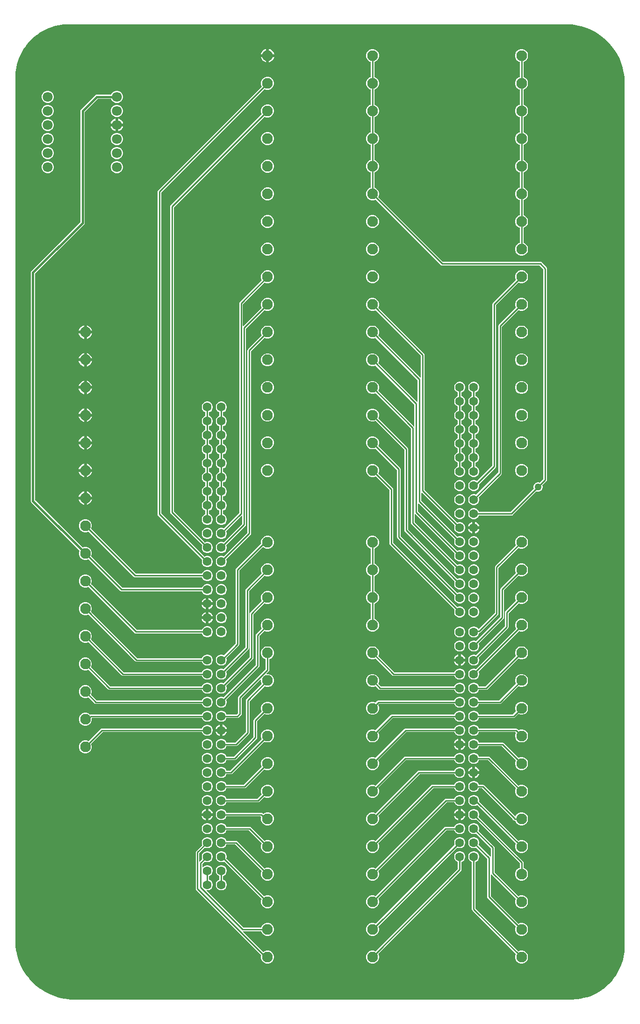
<source format=gtl>
G04*
G04 #@! TF.GenerationSoftware,Altium Limited,Altium Designer,24.4.1 (13)*
G04*
G04 Layer_Physical_Order=1*
G04 Layer_Color=255*
%FSLAX25Y25*%
%MOIN*%
G70*
G04*
G04 #@! TF.SameCoordinates,596A526C-B165-46D2-86D2-354CEF31AD50*
G04*
G04*
G04 #@! TF.FilePolarity,Positive*
G04*
G01*
G75*
%ADD11C,0.01000*%
%ADD16C,0.01500*%
%ADD17C,0.07087*%
%ADD18C,0.07677*%
%ADD19C,0.06299*%
%ADD20C,0.05000*%
G36*
X118110Y711394D02*
Y711394D01*
X118111Y711394D01*
X472099D01*
X472441Y711394D01*
Y711394D01*
X472790Y711392D01*
X475780Y711262D01*
X476331Y711218D01*
X479498Y710801D01*
X479862Y710744D01*
X483341Y709972D01*
X486845Y708868D01*
X490240Y707462D01*
X493499Y705765D01*
X496504Y703851D01*
X496803Y703633D01*
X499337Y701689D01*
X499757Y701330D01*
X501999Y699276D01*
X502426Y698849D01*
X504479Y696608D01*
X504839Y696187D01*
X506783Y693653D01*
X507000Y693355D01*
X508915Y690349D01*
X510611Y687090D01*
X512017Y683696D01*
X513122Y680192D01*
X513893Y676713D01*
X513951Y676348D01*
X514368Y673181D01*
X514411Y672630D01*
X514542Y669640D01*
X514544Y669291D01*
X514544Y669291D01*
Y55118D01*
X514544Y55118D01*
Y54729D01*
X514398Y51764D01*
X514322Y50990D01*
X513886Y48054D01*
X513735Y47291D01*
X513013Y44411D01*
X512788Y43667D01*
X511787Y40872D01*
X511490Y40154D01*
X510220Y37470D01*
X509854Y36784D01*
X508328Y34237D01*
X507896Y33591D01*
X506127Y31206D01*
X505634Y30606D01*
X503640Y28406D01*
X503090Y27856D01*
X500890Y25862D01*
X500290Y25369D01*
X497905Y23600D01*
X497259Y23168D01*
X494712Y21642D01*
X494027Y21276D01*
X491342Y20006D01*
X490625Y19709D01*
X487829Y18708D01*
X487085Y18483D01*
X484205Y17761D01*
X483443Y17610D01*
X480506Y17174D01*
X479732Y17098D01*
X476766Y16952D01*
X476378D01*
X476378Y16952D01*
X122047D01*
X122047Y16952D01*
X121745D01*
X118708Y17085D01*
X118157Y17128D01*
X114990Y17545D01*
X114626Y17603D01*
X111147Y18374D01*
X107643Y19479D01*
X104248Y20885D01*
X100989Y22581D01*
X97984Y24496D01*
X97686Y24713D01*
X95151Y26658D01*
X94731Y27016D01*
X92489Y29070D01*
X92063Y29497D01*
X90008Y31739D01*
X89650Y32159D01*
X87705Y34694D01*
X87488Y34992D01*
X85574Y37997D01*
X83877Y41256D01*
X82471Y44651D01*
X81366Y48155D01*
X80595Y51634D01*
X80537Y51998D01*
X80120Y55165D01*
X80077Y55716D01*
X79946Y58706D01*
X79944Y59055D01*
D01*
X79944Y59401D01*
Y673228D01*
X79944Y673229D01*
Y673617D01*
X80090Y676583D01*
X80166Y677356D01*
X80602Y680293D01*
X80753Y681055D01*
X81475Y683935D01*
X81700Y684679D01*
X82701Y687475D01*
X82998Y688193D01*
X84268Y690877D01*
X84634Y691562D01*
X86161Y694109D01*
X86592Y694755D01*
X88361Y697140D01*
X88854Y697741D01*
X90848Y699941D01*
X91398Y700491D01*
X93598Y702485D01*
X94198Y702977D01*
X96583Y704746D01*
X97229Y705178D01*
X99776Y706705D01*
X100462Y707071D01*
X103146Y708340D01*
X103864Y708638D01*
X106659Y709638D01*
X107403Y709864D01*
X110283Y710585D01*
X111046Y710737D01*
X113982Y711172D01*
X114756Y711248D01*
X117723Y711394D01*
X117760D01*
X118110Y711394D01*
D02*
G37*
%LPC*%
G36*
X260842Y693718D02*
Y689976D01*
X264584D01*
X264351Y690844D01*
X263714Y691947D01*
X262813Y692848D01*
X261710Y693485D01*
X260842Y693718D01*
D02*
G37*
G36*
X258842Y693718D02*
X257975Y693485D01*
X256872Y692848D01*
X255971Y691947D01*
X255334Y690844D01*
X255101Y689976D01*
X258842D01*
Y693718D01*
D02*
G37*
G36*
Y687976D02*
X255101D01*
X255334Y687109D01*
X255971Y686005D01*
X256872Y685105D01*
X257975Y684468D01*
X258842Y684235D01*
Y687976D01*
D02*
G37*
G36*
X264584D02*
X260842D01*
Y684235D01*
X261710Y684468D01*
X262813Y685105D01*
X263714Y686005D01*
X264351Y687109D01*
X264584Y687976D01*
D02*
G37*
G36*
X260452Y673917D02*
X259233D01*
X258057Y673602D01*
X257002Y672993D01*
X256141Y672132D01*
X255532Y671077D01*
X255217Y669900D01*
Y668682D01*
X255532Y667506D01*
X255777Y667082D01*
X181770Y593075D01*
X181485Y592649D01*
X181385Y592146D01*
Y362578D01*
X181485Y362076D01*
X181770Y361650D01*
X213160Y330259D01*
X212913Y329337D01*
Y328301D01*
X213182Y327299D01*
X213700Y326402D01*
X214433Y325669D01*
X215331Y325150D01*
X216332Y324882D01*
X217369D01*
X218370Y325150D01*
X219268Y325669D01*
X220001Y326402D01*
X220519Y327299D01*
X220787Y328301D01*
Y329337D01*
X220519Y330339D01*
X220001Y331236D01*
X219268Y331969D01*
X218370Y332488D01*
X217369Y332756D01*
X216332D01*
X215331Y332488D01*
X214896Y332236D01*
X184010Y363122D01*
Y591603D01*
X257633Y665226D01*
X258057Y664981D01*
X259233Y664665D01*
X260452D01*
X261628Y664981D01*
X262683Y665590D01*
X263544Y666451D01*
X264153Y667506D01*
X264469Y668682D01*
Y669900D01*
X264153Y671077D01*
X263544Y672132D01*
X262683Y672993D01*
X261628Y673602D01*
X260452Y673917D01*
D02*
G37*
G36*
X152932Y664016D02*
X151792D01*
X150691Y663721D01*
X149703Y663151D01*
X148897Y662344D01*
X148327Y661357D01*
X148299Y661253D01*
X138031D01*
X137432Y661133D01*
X136923Y660793D01*
X126844Y650715D01*
X126505Y650206D01*
X126385Y649606D01*
Y570531D01*
X91411Y535557D01*
X91071Y535049D01*
X90952Y534449D01*
Y372047D01*
X91071Y371447D01*
X91411Y370939D01*
X125724Y336627D01*
X125611Y336431D01*
X125295Y335255D01*
Y334037D01*
X125611Y332860D01*
X126220Y331805D01*
X127081Y330944D01*
X128136Y330335D01*
X129312Y330020D01*
X130531D01*
X131707Y330335D01*
X132131Y330580D01*
X154820Y307891D01*
X155246Y307606D01*
X155748Y307506D01*
X213126D01*
X213182Y307299D01*
X213700Y306402D01*
X214433Y305669D01*
X215331Y305150D01*
X216332Y304882D01*
X217369D01*
X218370Y305150D01*
X219268Y305669D01*
X220001Y306402D01*
X220519Y307299D01*
X220787Y308301D01*
Y309337D01*
X220519Y310339D01*
X220001Y311236D01*
X219268Y311969D01*
X218370Y312488D01*
X217369Y312756D01*
X216332D01*
X215331Y312488D01*
X214433Y311969D01*
X213700Y311236D01*
X213182Y310339D01*
X213126Y310132D01*
X156292D01*
X133987Y332436D01*
X134232Y332860D01*
X134547Y334037D01*
Y335255D01*
X134232Y336431D01*
X133623Y337486D01*
X132762Y338347D01*
X131707Y338956D01*
X130531Y339272D01*
X129312D01*
X128136Y338956D01*
X127940Y338843D01*
X94087Y372697D01*
Y533800D01*
X129061Y568774D01*
X129401Y569282D01*
X129520Y569882D01*
Y648957D01*
X138681Y658117D01*
X148299D01*
X148327Y658013D01*
X148897Y657026D01*
X149703Y656220D01*
X150691Y655650D01*
X151792Y655354D01*
X152932D01*
X154034Y655650D01*
X155021Y656220D01*
X155828Y657026D01*
X156398Y658013D01*
X156693Y659115D01*
Y660255D01*
X156398Y661357D01*
X155828Y662344D01*
X155021Y663151D01*
X154034Y663721D01*
X152932Y664016D01*
D02*
G37*
G36*
X103720D02*
X102579D01*
X101478Y663721D01*
X100490Y663151D01*
X99684Y662344D01*
X99114Y661357D01*
X98819Y660255D01*
Y659115D01*
X99114Y658013D01*
X99684Y657026D01*
X100490Y656220D01*
X101478Y655650D01*
X102579Y655354D01*
X103720D01*
X104821Y655650D01*
X105809Y656220D01*
X106615Y657026D01*
X107185Y658013D01*
X107480Y659115D01*
Y660255D01*
X107185Y661357D01*
X106615Y662344D01*
X105809Y663151D01*
X104821Y663721D01*
X103720Y664016D01*
D02*
G37*
G36*
X152932Y654016D02*
X151792D01*
X150691Y653721D01*
X149703Y653151D01*
X148897Y652344D01*
X148327Y651357D01*
X148031Y650255D01*
Y649115D01*
X148327Y648013D01*
X148897Y647026D01*
X149703Y646220D01*
X150691Y645649D01*
X151792Y645354D01*
X152932D01*
X154034Y645649D01*
X155021Y646220D01*
X155828Y647026D01*
X156398Y648013D01*
X156693Y649115D01*
Y650255D01*
X156398Y651357D01*
X155828Y652344D01*
X155021Y653151D01*
X154034Y653721D01*
X152932Y654016D01*
D02*
G37*
G36*
X103720D02*
X102579D01*
X101478Y653721D01*
X100490Y653151D01*
X99684Y652344D01*
X99114Y651357D01*
X98819Y650255D01*
Y649115D01*
X99114Y648013D01*
X99684Y647026D01*
X100490Y646220D01*
X101478Y645649D01*
X102579Y645354D01*
X103720D01*
X104821Y645649D01*
X105809Y646220D01*
X106615Y647026D01*
X107185Y648013D01*
X107480Y649115D01*
Y650255D01*
X107185Y651357D01*
X106615Y652344D01*
X105809Y653151D01*
X104821Y653721D01*
X103720Y654016D01*
D02*
G37*
G36*
X260452Y654232D02*
X259233D01*
X258057Y653917D01*
X257002Y653308D01*
X256141Y652447D01*
X255532Y651392D01*
X255217Y650215D01*
Y648997D01*
X255532Y647821D01*
X255777Y647397D01*
X190804Y582424D01*
X190520Y581998D01*
X190420Y581496D01*
Y363937D01*
X190520Y363435D01*
X190804Y363009D01*
X213289Y340524D01*
X213182Y340339D01*
X212913Y339337D01*
Y338301D01*
X213182Y337299D01*
X213700Y336402D01*
X214433Y335669D01*
X215331Y335150D01*
X216332Y334882D01*
X217369D01*
X218370Y335150D01*
X219268Y335669D01*
X220001Y336402D01*
X220519Y337299D01*
X220787Y338301D01*
Y339337D01*
X220519Y340339D01*
X220001Y341236D01*
X219268Y341969D01*
X218370Y342488D01*
X217369Y342756D01*
X216332D01*
X215331Y342488D01*
X215145Y342380D01*
X193045Y364481D01*
Y580953D01*
X257633Y645541D01*
X258057Y645296D01*
X259233Y644980D01*
X260452D01*
X261628Y645296D01*
X262683Y645905D01*
X263544Y646766D01*
X264153Y647821D01*
X264469Y648997D01*
Y650215D01*
X264153Y651392D01*
X263544Y652447D01*
X262683Y653308D01*
X261628Y653917D01*
X260452Y654232D01*
D02*
G37*
G36*
X153362Y644121D02*
Y640685D01*
X156798D01*
X156596Y641439D01*
X155998Y642475D01*
X155152Y643321D01*
X154116Y643919D01*
X153362Y644121D01*
D02*
G37*
G36*
X151362D02*
X150609Y643919D01*
X149573Y643321D01*
X148727Y642475D01*
X148128Y641439D01*
X147927Y640685D01*
X151362D01*
Y644121D01*
D02*
G37*
G36*
X103720Y644016D02*
X102579D01*
X101478Y643721D01*
X100490Y643151D01*
X99684Y642344D01*
X99114Y641357D01*
X98819Y640255D01*
Y639115D01*
X99114Y638014D01*
X99684Y637026D01*
X100490Y636220D01*
X101478Y635649D01*
X102579Y635354D01*
X103720D01*
X104821Y635649D01*
X105809Y636220D01*
X106615Y637026D01*
X107185Y638014D01*
X107480Y639115D01*
Y640255D01*
X107185Y641357D01*
X106615Y642344D01*
X105809Y643151D01*
X104821Y643721D01*
X103720Y644016D01*
D02*
G37*
G36*
X156798Y638685D02*
X153362D01*
Y635249D01*
X154116Y635451D01*
X155152Y636050D01*
X155998Y636895D01*
X156596Y637931D01*
X156798Y638685D01*
D02*
G37*
G36*
X151362D02*
X147927D01*
X148128Y637931D01*
X148727Y636895D01*
X149573Y636050D01*
X150609Y635451D01*
X151362Y635249D01*
Y638685D01*
D02*
G37*
G36*
X152932Y634016D02*
X151792D01*
X150691Y633721D01*
X149703Y633150D01*
X148897Y632344D01*
X148327Y631357D01*
X148031Y630255D01*
Y629115D01*
X148327Y628014D01*
X148897Y627026D01*
X149703Y626220D01*
X150691Y625649D01*
X151792Y625354D01*
X152932D01*
X154034Y625649D01*
X155021Y626220D01*
X155828Y627026D01*
X156398Y628014D01*
X156693Y629115D01*
Y630255D01*
X156398Y631357D01*
X155828Y632344D01*
X155021Y633150D01*
X154034Y633721D01*
X152932Y634016D01*
D02*
G37*
G36*
X103720D02*
X102579D01*
X101478Y633721D01*
X100490Y633150D01*
X99684Y632344D01*
X99114Y631357D01*
X98819Y630255D01*
Y629115D01*
X99114Y628014D01*
X99684Y627026D01*
X100490Y626220D01*
X101478Y625649D01*
X102579Y625354D01*
X103720D01*
X104821Y625649D01*
X105809Y626220D01*
X106615Y627026D01*
X107185Y628014D01*
X107480Y629115D01*
Y630255D01*
X107185Y631357D01*
X106615Y632344D01*
X105809Y633150D01*
X104821Y633721D01*
X103720Y634016D01*
D02*
G37*
G36*
X260452Y634547D02*
X259233D01*
X258057Y634232D01*
X257002Y633623D01*
X256141Y632762D01*
X255532Y631707D01*
X255217Y630530D01*
Y629312D01*
X255532Y628136D01*
X256141Y627081D01*
X257002Y626220D01*
X258057Y625610D01*
X259233Y625295D01*
X260452D01*
X261628Y625610D01*
X262683Y626220D01*
X263544Y627081D01*
X264153Y628136D01*
X264469Y629312D01*
Y630530D01*
X264153Y631707D01*
X263544Y632762D01*
X262683Y633623D01*
X261628Y634232D01*
X260452Y634547D01*
D02*
G37*
G36*
X152932Y624016D02*
X151792D01*
X150691Y623721D01*
X149703Y623150D01*
X148897Y622344D01*
X148327Y621357D01*
X148031Y620255D01*
Y619115D01*
X148327Y618013D01*
X148897Y617026D01*
X149703Y616220D01*
X150691Y615650D01*
X151792Y615354D01*
X152932D01*
X154034Y615650D01*
X155021Y616220D01*
X155828Y617026D01*
X156398Y618013D01*
X156693Y619115D01*
Y620255D01*
X156398Y621357D01*
X155828Y622344D01*
X155021Y623150D01*
X154034Y623721D01*
X152932Y624016D01*
D02*
G37*
G36*
X103720D02*
X102579D01*
X101478Y623721D01*
X100490Y623150D01*
X99684Y622344D01*
X99114Y621357D01*
X98819Y620255D01*
Y619115D01*
X99114Y618013D01*
X99684Y617026D01*
X100490Y616220D01*
X101478Y615650D01*
X102579Y615354D01*
X103720D01*
X104821Y615650D01*
X105809Y616220D01*
X106615Y617026D01*
X107185Y618013D01*
X107480Y619115D01*
Y620255D01*
X107185Y621357D01*
X106615Y622344D01*
X105809Y623150D01*
X104821Y623721D01*
X103720Y624016D01*
D02*
G37*
G36*
X260452Y614862D02*
X259233D01*
X258057Y614547D01*
X257002Y613938D01*
X256141Y613077D01*
X255532Y612022D01*
X255217Y610845D01*
Y609627D01*
X255532Y608451D01*
X256141Y607396D01*
X257002Y606534D01*
X258057Y605926D01*
X259233Y605610D01*
X260452D01*
X261628Y605926D01*
X262683Y606534D01*
X263544Y607396D01*
X264153Y608451D01*
X264469Y609627D01*
Y610845D01*
X264153Y612022D01*
X263544Y613077D01*
X262683Y613938D01*
X261628Y614547D01*
X260452Y614862D01*
D02*
G37*
G36*
X152932Y614016D02*
X151792D01*
X150691Y613721D01*
X149703Y613151D01*
X148897Y612344D01*
X148327Y611357D01*
X148031Y610255D01*
Y609115D01*
X148327Y608013D01*
X148897Y607026D01*
X149703Y606220D01*
X150691Y605650D01*
X151792Y605354D01*
X152932D01*
X154034Y605650D01*
X155021Y606220D01*
X155828Y607026D01*
X156398Y608013D01*
X156693Y609115D01*
Y610255D01*
X156398Y611357D01*
X155828Y612344D01*
X155021Y613151D01*
X154034Y613721D01*
X152932Y614016D01*
D02*
G37*
G36*
X103720D02*
X102579D01*
X101478Y613721D01*
X100490Y613151D01*
X99684Y612344D01*
X99114Y611357D01*
X98819Y610255D01*
Y609115D01*
X99114Y608013D01*
X99684Y607026D01*
X100490Y606220D01*
X101478Y605650D01*
X102579Y605354D01*
X103720D01*
X104821Y605650D01*
X105809Y606220D01*
X106615Y607026D01*
X107185Y608013D01*
X107480Y609115D01*
Y610255D01*
X107185Y611357D01*
X106615Y612344D01*
X105809Y613151D01*
X104821Y613721D01*
X103720Y614016D01*
D02*
G37*
G36*
X260452Y595177D02*
X259233D01*
X258057Y594862D01*
X257002Y594253D01*
X256141Y593392D01*
X255532Y592337D01*
X255217Y591160D01*
Y589942D01*
X255532Y588766D01*
X256141Y587711D01*
X257002Y586849D01*
X258057Y586240D01*
X259233Y585925D01*
X260452D01*
X261628Y586240D01*
X262683Y586849D01*
X263544Y587711D01*
X264153Y588766D01*
X264469Y589942D01*
Y591160D01*
X264153Y592337D01*
X263544Y593392D01*
X262683Y594253D01*
X261628Y594862D01*
X260452Y595177D01*
D02*
G37*
G36*
X335255Y575492D02*
X334037D01*
X332860Y575177D01*
X331805Y574568D01*
X330944Y573707D01*
X330335Y572652D01*
X330020Y571475D01*
Y570257D01*
X330335Y569081D01*
X330944Y568026D01*
X331805Y567165D01*
X332860Y566556D01*
X334037Y566240D01*
X335255D01*
X336431Y566556D01*
X337486Y567165D01*
X338347Y568026D01*
X338956Y569081D01*
X339272Y570257D01*
Y571475D01*
X338956Y572652D01*
X338347Y573707D01*
X337486Y574568D01*
X336431Y575177D01*
X335255Y575492D01*
D02*
G37*
G36*
X260452D02*
X259233D01*
X258057Y575177D01*
X257002Y574568D01*
X256141Y573707D01*
X255532Y572652D01*
X255217Y571475D01*
Y570257D01*
X255532Y569081D01*
X256141Y568026D01*
X257002Y567165D01*
X258057Y566556D01*
X259233Y566240D01*
X260452D01*
X261628Y566556D01*
X262683Y567165D01*
X263544Y568026D01*
X264153Y569081D01*
X264469Y570257D01*
Y571475D01*
X264153Y572652D01*
X263544Y573707D01*
X262683Y574568D01*
X261628Y575177D01*
X260452Y575492D01*
D02*
G37*
G36*
X441554Y693602D02*
X440336D01*
X439159Y693287D01*
X438104Y692678D01*
X437243Y691817D01*
X436634Y690762D01*
X436319Y689585D01*
Y688367D01*
X436634Y687191D01*
X437243Y686136D01*
X438104Y685275D01*
X439159Y684666D01*
X439632Y684539D01*
Y673729D01*
X439159Y673602D01*
X438104Y672993D01*
X437243Y672132D01*
X436634Y671077D01*
X436319Y669900D01*
Y668682D01*
X436634Y667506D01*
X437243Y666451D01*
X438104Y665590D01*
X439159Y664981D01*
X439632Y664854D01*
Y654044D01*
X439159Y653917D01*
X438104Y653308D01*
X437243Y652447D01*
X436634Y651392D01*
X436319Y650215D01*
Y648997D01*
X436634Y647821D01*
X437243Y646766D01*
X438104Y645905D01*
X439159Y645296D01*
X439632Y645169D01*
Y634359D01*
X439159Y634232D01*
X438104Y633623D01*
X437243Y632762D01*
X436634Y631707D01*
X436319Y630530D01*
Y629312D01*
X436634Y628136D01*
X437243Y627081D01*
X438104Y626220D01*
X439159Y625610D01*
X439632Y625484D01*
Y614674D01*
X439159Y614547D01*
X438104Y613938D01*
X437243Y613077D01*
X436634Y612022D01*
X436319Y610845D01*
Y609627D01*
X436634Y608451D01*
X437243Y607396D01*
X438104Y606534D01*
X439159Y605926D01*
X439632Y605799D01*
Y594989D01*
X439159Y594862D01*
X438104Y594253D01*
X437243Y593392D01*
X436634Y592337D01*
X436319Y591160D01*
Y589942D01*
X436634Y588766D01*
X437243Y587711D01*
X438104Y586849D01*
X439159Y586240D01*
X439632Y586114D01*
Y575304D01*
X439159Y575177D01*
X438104Y574568D01*
X437243Y573707D01*
X436634Y572652D01*
X436319Y571475D01*
Y570257D01*
X436634Y569081D01*
X437243Y568026D01*
X438104Y567165D01*
X439159Y566556D01*
X439632Y566429D01*
Y555619D01*
X439159Y555492D01*
X438104Y554883D01*
X437243Y554022D01*
X436634Y552967D01*
X436319Y551790D01*
Y550572D01*
X436634Y549396D01*
X437243Y548341D01*
X438104Y547479D01*
X439159Y546871D01*
X440336Y546555D01*
X441554D01*
X442730Y546871D01*
X443785Y547479D01*
X444647Y548341D01*
X445256Y549396D01*
X445571Y550572D01*
Y551790D01*
X445256Y552967D01*
X444647Y554022D01*
X443785Y554883D01*
X442730Y555492D01*
X442257Y555619D01*
Y566429D01*
X442730Y566556D01*
X443785Y567165D01*
X444647Y568026D01*
X445256Y569081D01*
X445571Y570257D01*
Y571475D01*
X445256Y572652D01*
X444647Y573707D01*
X443785Y574568D01*
X442730Y575177D01*
X442257Y575304D01*
Y586114D01*
X442730Y586240D01*
X443785Y586849D01*
X444647Y587711D01*
X445256Y588766D01*
X445571Y589942D01*
Y591160D01*
X445256Y592337D01*
X444647Y593392D01*
X443785Y594253D01*
X442730Y594862D01*
X442257Y594989D01*
Y605799D01*
X442730Y605926D01*
X443785Y606534D01*
X444647Y607396D01*
X445256Y608451D01*
X445571Y609627D01*
Y610845D01*
X445256Y612022D01*
X444647Y613077D01*
X443785Y613938D01*
X442730Y614547D01*
X442257Y614674D01*
Y625484D01*
X442730Y625610D01*
X443785Y626220D01*
X444647Y627081D01*
X445256Y628136D01*
X445571Y629312D01*
Y630530D01*
X445256Y631707D01*
X444647Y632762D01*
X443785Y633623D01*
X442730Y634232D01*
X442257Y634359D01*
Y645169D01*
X442730Y645296D01*
X443785Y645905D01*
X444647Y646766D01*
X445256Y647821D01*
X445571Y648997D01*
Y650215D01*
X445256Y651392D01*
X444647Y652447D01*
X443785Y653308D01*
X442730Y653917D01*
X442257Y654044D01*
Y664854D01*
X442730Y664981D01*
X443785Y665590D01*
X444647Y666451D01*
X445256Y667506D01*
X445571Y668682D01*
Y669900D01*
X445256Y671077D01*
X444647Y672132D01*
X443785Y672993D01*
X442730Y673602D01*
X442257Y673729D01*
Y684539D01*
X442730Y684666D01*
X443785Y685275D01*
X444647Y686136D01*
X445256Y687191D01*
X445571Y688367D01*
Y689585D01*
X445256Y690762D01*
X444647Y691817D01*
X443785Y692678D01*
X442730Y693287D01*
X441554Y693602D01*
D02*
G37*
G36*
X335255Y555807D02*
X334037D01*
X332860Y555492D01*
X331805Y554883D01*
X330944Y554022D01*
X330335Y552967D01*
X330020Y551790D01*
Y550572D01*
X330335Y549396D01*
X330944Y548341D01*
X331805Y547479D01*
X332860Y546871D01*
X334037Y546555D01*
X335255D01*
X336431Y546871D01*
X337486Y547479D01*
X338347Y548341D01*
X338956Y549396D01*
X339272Y550572D01*
Y551790D01*
X338956Y552967D01*
X338347Y554022D01*
X337486Y554883D01*
X336431Y555492D01*
X335255Y555807D01*
D02*
G37*
G36*
X260452D02*
X259233D01*
X258057Y555492D01*
X257002Y554883D01*
X256141Y554022D01*
X255532Y552967D01*
X255217Y551790D01*
Y550572D01*
X255532Y549396D01*
X256141Y548341D01*
X257002Y547479D01*
X258057Y546871D01*
X259233Y546555D01*
X260452D01*
X261628Y546871D01*
X262683Y547479D01*
X263544Y548341D01*
X264153Y549396D01*
X264469Y550572D01*
Y551790D01*
X264153Y552967D01*
X263544Y554022D01*
X262683Y554883D01*
X261628Y555492D01*
X260452Y555807D01*
D02*
G37*
G36*
X441554Y536122D02*
X440336D01*
X439159Y535807D01*
X438104Y535198D01*
X437243Y534336D01*
X436634Y533282D01*
X436319Y532105D01*
Y530887D01*
X436634Y529710D01*
X436879Y529286D01*
X420538Y512946D01*
X420254Y512520D01*
X420154Y512018D01*
Y397207D01*
X409105Y386158D01*
X408370Y386582D01*
X407369Y386850D01*
X406332D01*
X405331Y386582D01*
X404433Y386064D01*
X403700Y385331D01*
X403182Y384433D01*
X402913Y383432D01*
Y382395D01*
X403182Y381394D01*
X403700Y380496D01*
X404433Y379763D01*
X405331Y379245D01*
X406332Y378976D01*
X407369D01*
X408370Y379245D01*
X409268Y379763D01*
X410001Y380496D01*
X410519Y381394D01*
X410787Y382395D01*
Y383432D01*
X410640Y383981D01*
X422395Y395735D01*
X422679Y396161D01*
X422779Y396663D01*
Y511474D01*
X438735Y527430D01*
X439159Y527185D01*
X440336Y526870D01*
X441554D01*
X442730Y527185D01*
X443785Y527794D01*
X444647Y528656D01*
X445256Y529710D01*
X445571Y530887D01*
Y532105D01*
X445256Y533282D01*
X444647Y534336D01*
X443785Y535198D01*
X442730Y535807D01*
X441554Y536122D01*
D02*
G37*
G36*
X335255D02*
X334037D01*
X332860Y535807D01*
X331805Y535198D01*
X330944Y534336D01*
X330335Y533282D01*
X330020Y532105D01*
Y530887D01*
X330335Y529710D01*
X330944Y528656D01*
X331805Y527794D01*
X332860Y527185D01*
X334037Y526870D01*
X335255D01*
X336431Y527185D01*
X337486Y527794D01*
X338347Y528656D01*
X338956Y529710D01*
X339272Y530887D01*
Y532105D01*
X338956Y533282D01*
X338347Y534336D01*
X337486Y535198D01*
X336431Y535807D01*
X335255Y536122D01*
D02*
G37*
G36*
X260452D02*
X259233D01*
X258057Y535807D01*
X257002Y535198D01*
X256141Y534336D01*
X255532Y533282D01*
X255217Y532105D01*
Y530887D01*
X255532Y529710D01*
X255777Y529286D01*
X239987Y513497D01*
X239703Y513071D01*
X239603Y512569D01*
Y363428D01*
X228556Y352380D01*
X228370Y352488D01*
X227369Y352756D01*
X226332D01*
X225331Y352488D01*
X224433Y351969D01*
X223700Y351236D01*
X223182Y350339D01*
X222913Y349337D01*
Y348301D01*
X223182Y347299D01*
X223700Y346402D01*
X224433Y345669D01*
X225331Y345150D01*
X226332Y344882D01*
X227369D01*
X228370Y345150D01*
X229268Y345669D01*
X230001Y346402D01*
X230519Y347299D01*
X230787Y348301D01*
Y349337D01*
X230519Y350339D01*
X230412Y350524D01*
X241552Y361664D01*
X241902Y361519D01*
Y355727D01*
X228556Y342380D01*
X228370Y342488D01*
X227369Y342756D01*
X226332D01*
X225331Y342488D01*
X224433Y341969D01*
X223700Y341236D01*
X223182Y340339D01*
X222913Y339337D01*
Y338301D01*
X223182Y337299D01*
X223700Y336402D01*
X224433Y335669D01*
X225331Y335150D01*
X226332Y334882D01*
X227369D01*
X228370Y335150D01*
X229268Y335669D01*
X230001Y336402D01*
X230519Y337299D01*
X230787Y338301D01*
Y339337D01*
X230519Y340339D01*
X230412Y340524D01*
X244143Y354255D01*
X244427Y354681D01*
X244527Y355183D01*
Y494639D01*
X257633Y507745D01*
X258057Y507500D01*
X259233Y507185D01*
X260452D01*
X261628Y507500D01*
X262683Y508109D01*
X263544Y508971D01*
X264153Y510025D01*
X264469Y511202D01*
Y512420D01*
X264153Y513597D01*
X263544Y514651D01*
X262683Y515513D01*
X261628Y516122D01*
X260452Y516437D01*
X259233D01*
X258057Y516122D01*
X257002Y515513D01*
X256141Y514651D01*
X255532Y513597D01*
X255217Y512420D01*
Y511202D01*
X255532Y510025D01*
X255777Y509601D01*
X242578Y496403D01*
X242228Y496548D01*
Y512025D01*
X257633Y527430D01*
X258057Y527185D01*
X259233Y526870D01*
X260452D01*
X261628Y527185D01*
X262683Y527794D01*
X263544Y528656D01*
X264153Y529710D01*
X264469Y530887D01*
Y532105D01*
X264153Y533282D01*
X263544Y534336D01*
X262683Y535198D01*
X261628Y535807D01*
X260452Y536122D01*
D02*
G37*
G36*
X441554Y516437D02*
X440336D01*
X439159Y516122D01*
X438104Y515513D01*
X437243Y514651D01*
X436634Y513597D01*
X436319Y512420D01*
Y511202D01*
X436634Y510025D01*
X436879Y509601D01*
X424662Y497385D01*
X424378Y496959D01*
X424278Y496457D01*
Y392197D01*
X408556Y376475D01*
X408370Y376582D01*
X407369Y376850D01*
X406332D01*
X405331Y376582D01*
X404433Y376064D01*
X403700Y375331D01*
X403182Y374433D01*
X402913Y373432D01*
Y372395D01*
X403182Y371394D01*
X403700Y370496D01*
X404433Y369763D01*
X405331Y369245D01*
X406332Y368976D01*
X407369D01*
X408370Y369245D01*
X409268Y369763D01*
X410001Y370496D01*
X410519Y371394D01*
X410787Y372395D01*
Y373432D01*
X410519Y374433D01*
X410412Y374619D01*
X426519Y390725D01*
X426803Y391151D01*
X426903Y391653D01*
Y495913D01*
X438735Y507745D01*
X439159Y507500D01*
X440336Y507185D01*
X441554D01*
X442730Y507500D01*
X443785Y508109D01*
X444647Y508971D01*
X445256Y510025D01*
X445571Y511202D01*
Y512420D01*
X445256Y513597D01*
X444647Y514651D01*
X443785Y515513D01*
X442730Y516122D01*
X441554Y516437D01*
D02*
G37*
G36*
X130921Y496867D02*
Y493126D01*
X134663D01*
X134430Y493994D01*
X133793Y495097D01*
X132892Y495998D01*
X131789Y496635D01*
X130921Y496867D01*
D02*
G37*
G36*
X128921D02*
X128054Y496635D01*
X126951Y495998D01*
X126050Y495097D01*
X125413Y493994D01*
X125180Y493126D01*
X128921D01*
Y496867D01*
D02*
G37*
G36*
X441554Y496752D02*
X440336D01*
X439159Y496437D01*
X438104Y495828D01*
X437243Y494966D01*
X436634Y493912D01*
X436319Y492735D01*
Y491517D01*
X436634Y490340D01*
X437243Y489286D01*
X438104Y488424D01*
X439159Y487815D01*
X440336Y487500D01*
X441554D01*
X442730Y487815D01*
X443785Y488424D01*
X444647Y489286D01*
X445256Y490340D01*
X445571Y491517D01*
Y492735D01*
X445256Y493912D01*
X444647Y494966D01*
X443785Y495828D01*
X442730Y496437D01*
X441554Y496752D01*
D02*
G37*
G36*
X260452D02*
X259233D01*
X258057Y496437D01*
X257002Y495828D01*
X256141Y494966D01*
X255532Y493912D01*
X255217Y492735D01*
Y491517D01*
X255532Y490340D01*
X255777Y489916D01*
X245922Y480062D01*
X245638Y479636D01*
X245538Y479134D01*
Y349363D01*
X228556Y332381D01*
X228370Y332488D01*
X227369Y332756D01*
X226332D01*
X225331Y332488D01*
X224433Y331969D01*
X223700Y331236D01*
X223182Y330339D01*
X222913Y329337D01*
Y328301D01*
X223182Y327299D01*
X223700Y326402D01*
X224433Y325669D01*
X225331Y325150D01*
X226332Y324882D01*
X227369D01*
X228370Y325150D01*
X229268Y325669D01*
X230001Y326402D01*
X230519Y327299D01*
X230787Y328301D01*
Y329337D01*
X230519Y330339D01*
X230412Y330524D01*
X247779Y347891D01*
X248063Y348317D01*
X248163Y348819D01*
Y478590D01*
X257633Y488060D01*
X258057Y487815D01*
X259233Y487500D01*
X260452D01*
X261628Y487815D01*
X262683Y488424D01*
X263544Y489286D01*
X264153Y490340D01*
X264469Y491517D01*
Y492735D01*
X264153Y493912D01*
X263544Y494966D01*
X262683Y495828D01*
X261628Y496437D01*
X260452Y496752D01*
D02*
G37*
G36*
X134663Y491126D02*
X130921D01*
Y487385D01*
X131789Y487617D01*
X132892Y488254D01*
X133793Y489155D01*
X134430Y490258D01*
X134663Y491126D01*
D02*
G37*
G36*
X128921D02*
X125180D01*
X125413Y490258D01*
X126050Y489155D01*
X126951Y488254D01*
X128054Y487617D01*
X128921Y487385D01*
Y491126D01*
D02*
G37*
G36*
X130921Y477182D02*
Y473441D01*
X134663D01*
X134430Y474309D01*
X133793Y475412D01*
X132892Y476313D01*
X131789Y476950D01*
X130921Y477182D01*
D02*
G37*
G36*
X128921D02*
X128054Y476950D01*
X126951Y476313D01*
X126050Y475412D01*
X125413Y474309D01*
X125180Y473441D01*
X128921D01*
Y477182D01*
D02*
G37*
G36*
X441554Y477067D02*
X440336D01*
X439159Y476752D01*
X438104Y476143D01*
X437243Y475281D01*
X436634Y474227D01*
X436319Y473050D01*
Y471832D01*
X436634Y470655D01*
X437243Y469601D01*
X438104Y468739D01*
X439159Y468130D01*
X440336Y467815D01*
X441554D01*
X442730Y468130D01*
X443785Y468739D01*
X444647Y469601D01*
X445256Y470655D01*
X445571Y471832D01*
Y473050D01*
X445256Y474227D01*
X444647Y475281D01*
X443785Y476143D01*
X442730Y476752D01*
X441554Y477067D01*
D02*
G37*
G36*
X260452D02*
X259233D01*
X258057Y476752D01*
X257002Y476143D01*
X256141Y475281D01*
X255532Y474227D01*
X255217Y473050D01*
Y471832D01*
X255532Y470655D01*
X256141Y469601D01*
X257002Y468739D01*
X258057Y468130D01*
X259233Y467815D01*
X260452D01*
X261628Y468130D01*
X262683Y468739D01*
X263544Y469601D01*
X264153Y470655D01*
X264469Y471832D01*
Y473050D01*
X264153Y474227D01*
X263544Y475281D01*
X262683Y476143D01*
X261628Y476752D01*
X260452Y477067D01*
D02*
G37*
G36*
X134663Y471441D02*
X130921D01*
Y467700D01*
X131789Y467932D01*
X132892Y468569D01*
X133793Y469470D01*
X134430Y470573D01*
X134663Y471441D01*
D02*
G37*
G36*
X128921D02*
X125180D01*
X125413Y470573D01*
X126050Y469470D01*
X126951Y468569D01*
X128054Y467932D01*
X128921Y467700D01*
Y471441D01*
D02*
G37*
G36*
X335255Y516437D02*
X334037D01*
X332860Y516122D01*
X331805Y515513D01*
X330944Y514651D01*
X330335Y513597D01*
X330020Y512420D01*
Y511202D01*
X330335Y510025D01*
X330944Y508971D01*
X331805Y508109D01*
X332860Y507500D01*
X334037Y507185D01*
X335255D01*
X336431Y507500D01*
X336855Y507745D01*
X369166Y475435D01*
Y459957D01*
X368816Y459812D01*
X338712Y489916D01*
X338956Y490340D01*
X339272Y491517D01*
Y492735D01*
X338956Y493912D01*
X338347Y494966D01*
X337486Y495828D01*
X336431Y496437D01*
X335255Y496752D01*
X334037D01*
X332860Y496437D01*
X331805Y495828D01*
X330944Y494966D01*
X330335Y493912D01*
X330020Y492735D01*
Y491517D01*
X330335Y490340D01*
X330944Y489286D01*
X331805Y488424D01*
X332860Y487815D01*
X334037Y487500D01*
X335255D01*
X336431Y487815D01*
X336855Y488060D01*
X366866Y458049D01*
Y442571D01*
X366516Y442426D01*
X338712Y470231D01*
X338956Y470655D01*
X339272Y471832D01*
Y473050D01*
X338956Y474227D01*
X338347Y475281D01*
X337486Y476143D01*
X336431Y476752D01*
X335255Y477067D01*
X334037D01*
X332860Y476752D01*
X331805Y476143D01*
X330944Y475281D01*
X330335Y474227D01*
X330020Y473050D01*
Y471832D01*
X330335Y470655D01*
X330944Y469601D01*
X331805Y468739D01*
X332860Y468130D01*
X334037Y467815D01*
X335255D01*
X336431Y468130D01*
X336855Y468375D01*
X364567Y440663D01*
Y425178D01*
X364217Y425041D01*
X338712Y450546D01*
X338956Y450970D01*
X339272Y452147D01*
Y453365D01*
X338956Y454542D01*
X338347Y455596D01*
X337486Y456458D01*
X336431Y457067D01*
X335255Y457382D01*
X334037D01*
X332860Y457067D01*
X331805Y456458D01*
X330944Y455596D01*
X330335Y454542D01*
X330020Y453365D01*
Y452147D01*
X330335Y450970D01*
X330944Y449916D01*
X331805Y449054D01*
X332860Y448445D01*
X334037Y448130D01*
X335255D01*
X336431Y448445D01*
X336855Y448690D01*
X362073Y423472D01*
Y356378D01*
X362173Y355876D01*
X362458Y355450D01*
X393289Y324619D01*
X393182Y324433D01*
X392913Y323432D01*
Y322395D01*
X393182Y321394D01*
X393700Y320496D01*
X394433Y319763D01*
X395331Y319245D01*
X396332Y318976D01*
X397369D01*
X398370Y319245D01*
X399268Y319763D01*
X400001Y320496D01*
X400519Y321394D01*
X400787Y322395D01*
Y323432D01*
X400519Y324433D01*
X400001Y325331D01*
X399268Y326064D01*
X398370Y326582D01*
X397369Y326850D01*
X396332D01*
X395331Y326582D01*
X395145Y326475D01*
X364699Y356922D01*
Y362722D01*
X365049Y362859D01*
X393289Y334619D01*
X393182Y334433D01*
X392913Y333432D01*
Y332395D01*
X393182Y331394D01*
X393700Y330496D01*
X394433Y329763D01*
X395331Y329245D01*
X396332Y328976D01*
X397369D01*
X398370Y329245D01*
X399268Y329763D01*
X400001Y330496D01*
X400519Y331394D01*
X400787Y332395D01*
Y333432D01*
X400519Y334433D01*
X400001Y335331D01*
X399268Y336064D01*
X398370Y336582D01*
X397369Y336850D01*
X396332D01*
X395331Y336582D01*
X395145Y336475D01*
X367193Y364428D01*
Y370220D01*
X367543Y370365D01*
X393289Y344619D01*
X393182Y344433D01*
X392913Y343432D01*
Y342395D01*
X393182Y341394D01*
X393700Y340496D01*
X394433Y339763D01*
X395331Y339245D01*
X396332Y338976D01*
X397369D01*
X398370Y339245D01*
X399268Y339763D01*
X400001Y340496D01*
X400519Y341394D01*
X400787Y342395D01*
Y343432D01*
X400519Y344433D01*
X400001Y345331D01*
X399268Y346064D01*
X398370Y346582D01*
X397369Y346850D01*
X396332D01*
X395331Y346582D01*
X395145Y346475D01*
X369492Y372128D01*
Y377921D01*
X369842Y378066D01*
X393289Y354619D01*
X393182Y354433D01*
X392913Y353432D01*
Y352395D01*
X393182Y351394D01*
X393700Y350496D01*
X394433Y349763D01*
X395331Y349245D01*
X396332Y348976D01*
X397369D01*
X398370Y349245D01*
X399268Y349763D01*
X400001Y350496D01*
X400519Y351394D01*
X400787Y352395D01*
Y353432D01*
X400519Y354433D01*
X400001Y355331D01*
X399268Y356064D01*
X398370Y356582D01*
X397369Y356850D01*
X396332D01*
X395331Y356582D01*
X395145Y356475D01*
X371791Y379829D01*
Y475978D01*
X371691Y476481D01*
X371406Y476906D01*
X338712Y509601D01*
X338956Y510025D01*
X339272Y511202D01*
Y512420D01*
X338956Y513597D01*
X338347Y514651D01*
X337486Y515513D01*
X336431Y516122D01*
X335255Y516437D01*
D02*
G37*
G36*
X130921Y457497D02*
Y453756D01*
X134663D01*
X134430Y454624D01*
X133793Y455727D01*
X132892Y456628D01*
X131789Y457265D01*
X130921Y457497D01*
D02*
G37*
G36*
X128921D02*
X128054Y457265D01*
X126951Y456628D01*
X126050Y455727D01*
X125413Y454624D01*
X125180Y453756D01*
X128921D01*
Y457497D01*
D02*
G37*
G36*
X441554Y457382D02*
X440336D01*
X439159Y457067D01*
X438104Y456458D01*
X437243Y455596D01*
X436634Y454542D01*
X436319Y453365D01*
Y452147D01*
X436634Y450970D01*
X437243Y449916D01*
X438104Y449054D01*
X439159Y448445D01*
X440336Y448130D01*
X441554D01*
X442730Y448445D01*
X443785Y449054D01*
X444647Y449916D01*
X445256Y450970D01*
X445571Y452147D01*
Y453365D01*
X445256Y454542D01*
X444647Y455596D01*
X443785Y456458D01*
X442730Y457067D01*
X441554Y457382D01*
D02*
G37*
G36*
X260452D02*
X259233D01*
X258057Y457067D01*
X257002Y456458D01*
X256141Y455596D01*
X255532Y454542D01*
X255217Y453365D01*
Y452147D01*
X255532Y450970D01*
X256141Y449916D01*
X257002Y449054D01*
X258057Y448445D01*
X259233Y448130D01*
X260452D01*
X261628Y448445D01*
X262683Y449054D01*
X263544Y449916D01*
X264153Y450970D01*
X264469Y452147D01*
Y453365D01*
X264153Y454542D01*
X263544Y455596D01*
X262683Y456458D01*
X261628Y457067D01*
X260452Y457382D01*
D02*
G37*
G36*
X134663Y451756D02*
X130921D01*
Y448015D01*
X131789Y448247D01*
X132892Y448884D01*
X133793Y449785D01*
X134430Y450888D01*
X134663Y451756D01*
D02*
G37*
G36*
X128921D02*
X125180D01*
X125413Y450888D01*
X126050Y449785D01*
X126951Y448884D01*
X128054Y448247D01*
X128921Y448015D01*
Y451756D01*
D02*
G37*
G36*
X130921Y437812D02*
Y434071D01*
X134663D01*
X134430Y434938D01*
X133793Y436042D01*
X132892Y436943D01*
X131789Y437580D01*
X130921Y437812D01*
D02*
G37*
G36*
X128921D02*
X128054Y437580D01*
X126951Y436943D01*
X126050Y436042D01*
X125413Y434938D01*
X125180Y434071D01*
X128921D01*
Y437812D01*
D02*
G37*
G36*
X441554Y437697D02*
X440336D01*
X439159Y437382D01*
X438104Y436772D01*
X437243Y435911D01*
X436634Y434856D01*
X436319Y433680D01*
Y432462D01*
X436634Y431285D01*
X437243Y430230D01*
X438104Y429369D01*
X439159Y428760D01*
X440336Y428445D01*
X441554D01*
X442730Y428760D01*
X443785Y429369D01*
X444647Y430230D01*
X445256Y431285D01*
X445571Y432462D01*
Y433680D01*
X445256Y434856D01*
X444647Y435911D01*
X443785Y436772D01*
X442730Y437382D01*
X441554Y437697D01*
D02*
G37*
G36*
X260452D02*
X259233D01*
X258057Y437382D01*
X257002Y436772D01*
X256141Y435911D01*
X255532Y434856D01*
X255217Y433680D01*
Y432462D01*
X255532Y431285D01*
X256141Y430230D01*
X257002Y429369D01*
X258057Y428760D01*
X259233Y428445D01*
X260452D01*
X261628Y428760D01*
X262683Y429369D01*
X263544Y430230D01*
X264153Y431285D01*
X264469Y432462D01*
Y433680D01*
X264153Y434856D01*
X263544Y435911D01*
X262683Y436772D01*
X261628Y437382D01*
X260452Y437697D01*
D02*
G37*
G36*
X134663Y432071D02*
X130921D01*
Y428330D01*
X131789Y428562D01*
X132892Y429199D01*
X133793Y430100D01*
X134430Y431203D01*
X134663Y432071D01*
D02*
G37*
G36*
X128921D02*
X125180D01*
X125413Y431203D01*
X126050Y430100D01*
X126951Y429199D01*
X128054Y428562D01*
X128921Y428330D01*
Y432071D01*
D02*
G37*
G36*
X130921Y418127D02*
Y414386D01*
X134663D01*
X134430Y415253D01*
X133793Y416357D01*
X132892Y417258D01*
X131789Y417895D01*
X130921Y418127D01*
D02*
G37*
G36*
X128921D02*
X128054Y417895D01*
X126951Y417258D01*
X126050Y416357D01*
X125413Y415253D01*
X125180Y414386D01*
X128921D01*
Y418127D01*
D02*
G37*
G36*
X441554Y418012D02*
X440336D01*
X439159Y417697D01*
X438104Y417088D01*
X437243Y416226D01*
X436634Y415171D01*
X436319Y413995D01*
Y412777D01*
X436634Y411600D01*
X437243Y410545D01*
X438104Y409684D01*
X439159Y409075D01*
X440336Y408760D01*
X441554D01*
X442730Y409075D01*
X443785Y409684D01*
X444647Y410545D01*
X445256Y411600D01*
X445571Y412777D01*
Y413995D01*
X445256Y415171D01*
X444647Y416226D01*
X443785Y417088D01*
X442730Y417697D01*
X441554Y418012D01*
D02*
G37*
G36*
X260452D02*
X259233D01*
X258057Y417697D01*
X257002Y417088D01*
X256141Y416226D01*
X255532Y415171D01*
X255217Y413995D01*
Y412777D01*
X255532Y411600D01*
X256141Y410545D01*
X257002Y409684D01*
X258057Y409075D01*
X259233Y408760D01*
X260452D01*
X261628Y409075D01*
X262683Y409684D01*
X263544Y410545D01*
X264153Y411600D01*
X264469Y412777D01*
Y413995D01*
X264153Y415171D01*
X263544Y416226D01*
X262683Y417088D01*
X261628Y417697D01*
X260452Y418012D01*
D02*
G37*
G36*
X134663Y412386D02*
X130921D01*
Y408644D01*
X131789Y408877D01*
X132892Y409514D01*
X133793Y410415D01*
X134430Y411518D01*
X134663Y412386D01*
D02*
G37*
G36*
X128921D02*
X125180D01*
X125413Y411518D01*
X126050Y410415D01*
X126951Y409514D01*
X128054Y408877D01*
X128921Y408644D01*
Y412386D01*
D02*
G37*
G36*
X130921Y398442D02*
Y394701D01*
X134663D01*
X134430Y395568D01*
X133793Y396672D01*
X132892Y397573D01*
X131789Y398210D01*
X130921Y398442D01*
D02*
G37*
G36*
X128921D02*
X128054Y398210D01*
X126951Y397573D01*
X126050Y396672D01*
X125413Y395568D01*
X125180Y394701D01*
X128921D01*
Y398442D01*
D02*
G37*
G36*
X441554Y398327D02*
X440336D01*
X439159Y398011D01*
X438104Y397403D01*
X437243Y396541D01*
X436634Y395486D01*
X436319Y394310D01*
Y393092D01*
X436634Y391915D01*
X437243Y390860D01*
X438104Y389999D01*
X439159Y389390D01*
X440336Y389075D01*
X441554D01*
X442730Y389390D01*
X443785Y389999D01*
X444647Y390860D01*
X445256Y391915D01*
X445571Y393092D01*
Y394310D01*
X445256Y395486D01*
X444647Y396541D01*
X443785Y397403D01*
X442730Y398011D01*
X441554Y398327D01*
D02*
G37*
G36*
X260452D02*
X259233D01*
X258057Y398011D01*
X257002Y397403D01*
X256141Y396541D01*
X255532Y395486D01*
X255217Y394310D01*
Y393092D01*
X255532Y391915D01*
X256141Y390860D01*
X257002Y389999D01*
X258057Y389390D01*
X259233Y389075D01*
X260452D01*
X261628Y389390D01*
X262683Y389999D01*
X263544Y390860D01*
X264153Y391915D01*
X264469Y393092D01*
Y394310D01*
X264153Y395486D01*
X263544Y396541D01*
X262683Y397403D01*
X261628Y398011D01*
X260452Y398327D01*
D02*
G37*
G36*
X407369Y456850D02*
X406332D01*
X405331Y456582D01*
X404433Y456064D01*
X403700Y455331D01*
X403182Y454433D01*
X402913Y453432D01*
Y452395D01*
X403182Y451394D01*
X403700Y450496D01*
X404433Y449763D01*
X405331Y449245D01*
X405538Y449189D01*
Y446638D01*
X405331Y446582D01*
X404433Y446064D01*
X403700Y445331D01*
X403182Y444433D01*
X402913Y443432D01*
Y442395D01*
X403182Y441394D01*
X403700Y440496D01*
X404433Y439763D01*
X405331Y439245D01*
X405538Y439189D01*
Y436638D01*
X405331Y436582D01*
X404433Y436064D01*
X403700Y435331D01*
X403182Y434433D01*
X402913Y433432D01*
Y432395D01*
X403182Y431394D01*
X403700Y430496D01*
X404433Y429763D01*
X405331Y429245D01*
X405538Y429189D01*
Y426638D01*
X405331Y426582D01*
X404433Y426064D01*
X403700Y425331D01*
X403182Y424433D01*
X402913Y423432D01*
Y422395D01*
X403182Y421394D01*
X403700Y420496D01*
X404433Y419763D01*
X405331Y419245D01*
X405538Y419189D01*
Y416638D01*
X405331Y416582D01*
X404433Y416064D01*
X403700Y415331D01*
X403182Y414433D01*
X402913Y413432D01*
Y412395D01*
X403182Y411394D01*
X403700Y410496D01*
X404433Y409763D01*
X405331Y409245D01*
X405538Y409189D01*
Y406638D01*
X405331Y406582D01*
X404433Y406064D01*
X403700Y405331D01*
X403182Y404433D01*
X402913Y403432D01*
Y402395D01*
X403182Y401394D01*
X403700Y400496D01*
X404433Y399763D01*
X405331Y399245D01*
X405538Y399189D01*
Y396638D01*
X405331Y396582D01*
X404433Y396064D01*
X403700Y395331D01*
X403182Y394433D01*
X402913Y393432D01*
Y392395D01*
X403182Y391394D01*
X403700Y390496D01*
X404433Y389763D01*
X405331Y389245D01*
X406332Y388976D01*
X407369D01*
X408370Y389245D01*
X409268Y389763D01*
X410001Y390496D01*
X410519Y391394D01*
X410787Y392395D01*
Y393432D01*
X410519Y394433D01*
X410001Y395331D01*
X409268Y396064D01*
X408370Y396582D01*
X408163Y396638D01*
Y399189D01*
X408370Y399245D01*
X409268Y399763D01*
X410001Y400496D01*
X410519Y401394D01*
X410787Y402395D01*
Y403432D01*
X410519Y404433D01*
X410001Y405331D01*
X409268Y406064D01*
X408370Y406582D01*
X408163Y406638D01*
Y409189D01*
X408370Y409245D01*
X409268Y409763D01*
X410001Y410496D01*
X410519Y411394D01*
X410787Y412395D01*
Y413432D01*
X410519Y414433D01*
X410001Y415331D01*
X409268Y416064D01*
X408370Y416582D01*
X408163Y416638D01*
Y419189D01*
X408370Y419245D01*
X409268Y419763D01*
X410001Y420496D01*
X410519Y421394D01*
X410787Y422395D01*
Y423432D01*
X410519Y424433D01*
X410001Y425331D01*
X409268Y426064D01*
X408370Y426582D01*
X408163Y426638D01*
Y429189D01*
X408370Y429245D01*
X409268Y429763D01*
X410001Y430496D01*
X410519Y431394D01*
X410787Y432395D01*
Y433432D01*
X410519Y434433D01*
X410001Y435331D01*
X409268Y436064D01*
X408370Y436582D01*
X408163Y436638D01*
Y439189D01*
X408370Y439245D01*
X409268Y439763D01*
X410001Y440496D01*
X410519Y441394D01*
X410787Y442395D01*
Y443432D01*
X410519Y444433D01*
X410001Y445331D01*
X409268Y446064D01*
X408370Y446582D01*
X408163Y446638D01*
Y449189D01*
X408370Y449245D01*
X409268Y449763D01*
X410001Y450496D01*
X410519Y451394D01*
X410787Y452395D01*
Y453432D01*
X410519Y454433D01*
X410001Y455331D01*
X409268Y456064D01*
X408370Y456582D01*
X407369Y456850D01*
D02*
G37*
G36*
X397369D02*
X396332D01*
X395331Y456582D01*
X394433Y456064D01*
X393700Y455331D01*
X393182Y454433D01*
X392913Y453432D01*
Y452395D01*
X393182Y451394D01*
X393700Y450496D01*
X394433Y449763D01*
X395331Y449245D01*
X395538Y449189D01*
Y446638D01*
X395331Y446582D01*
X394433Y446064D01*
X393700Y445331D01*
X393182Y444433D01*
X392913Y443432D01*
Y442395D01*
X393182Y441394D01*
X393700Y440496D01*
X394433Y439763D01*
X395331Y439245D01*
X395538Y439189D01*
Y436638D01*
X395331Y436582D01*
X394433Y436064D01*
X393700Y435331D01*
X393182Y434433D01*
X392913Y433432D01*
Y432395D01*
X393182Y431394D01*
X393700Y430496D01*
X394433Y429763D01*
X395331Y429245D01*
X395538Y429189D01*
Y426638D01*
X395331Y426582D01*
X394433Y426064D01*
X393700Y425331D01*
X393182Y424433D01*
X392913Y423432D01*
Y422395D01*
X393182Y421394D01*
X393700Y420496D01*
X394433Y419763D01*
X395331Y419245D01*
X395538Y419189D01*
Y416638D01*
X395331Y416582D01*
X394433Y416064D01*
X393700Y415331D01*
X393182Y414433D01*
X392913Y413432D01*
Y412395D01*
X393182Y411394D01*
X393700Y410496D01*
X394433Y409763D01*
X395331Y409245D01*
X395538Y409189D01*
Y406638D01*
X395331Y406582D01*
X394433Y406064D01*
X393700Y405331D01*
X393182Y404433D01*
X392913Y403432D01*
Y402395D01*
X393182Y401394D01*
X393700Y400496D01*
X394433Y399763D01*
X395331Y399245D01*
X395538Y399189D01*
Y396638D01*
X395331Y396582D01*
X394433Y396064D01*
X393700Y395331D01*
X393182Y394433D01*
X392913Y393432D01*
Y392395D01*
X393182Y391394D01*
X393700Y390496D01*
X394433Y389763D01*
X395331Y389245D01*
X396332Y388976D01*
X397369D01*
X398370Y389245D01*
X399268Y389763D01*
X400001Y390496D01*
X400519Y391394D01*
X400787Y392395D01*
Y393432D01*
X400519Y394433D01*
X400001Y395331D01*
X399268Y396064D01*
X398370Y396582D01*
X398163Y396638D01*
Y399189D01*
X398370Y399245D01*
X399268Y399763D01*
X400001Y400496D01*
X400519Y401394D01*
X400787Y402395D01*
Y403432D01*
X400519Y404433D01*
X400001Y405331D01*
X399268Y406064D01*
X398370Y406582D01*
X398163Y406638D01*
Y409189D01*
X398370Y409245D01*
X399268Y409763D01*
X400001Y410496D01*
X400519Y411394D01*
X400787Y412395D01*
Y413432D01*
X400519Y414433D01*
X400001Y415331D01*
X399268Y416064D01*
X398370Y416582D01*
X398163Y416638D01*
Y419189D01*
X398370Y419245D01*
X399268Y419763D01*
X400001Y420496D01*
X400519Y421394D01*
X400787Y422395D01*
Y423432D01*
X400519Y424433D01*
X400001Y425331D01*
X399268Y426064D01*
X398370Y426582D01*
X398163Y426638D01*
Y429189D01*
X398370Y429245D01*
X399268Y429763D01*
X400001Y430496D01*
X400519Y431394D01*
X400787Y432395D01*
Y433432D01*
X400519Y434433D01*
X400001Y435331D01*
X399268Y436064D01*
X398370Y436582D01*
X398163Y436638D01*
Y439189D01*
X398370Y439245D01*
X399268Y439763D01*
X400001Y440496D01*
X400519Y441394D01*
X400787Y442395D01*
Y443432D01*
X400519Y444433D01*
X400001Y445331D01*
X399268Y446064D01*
X398370Y446582D01*
X398163Y446638D01*
Y449189D01*
X398370Y449245D01*
X399268Y449763D01*
X400001Y450496D01*
X400519Y451394D01*
X400787Y452395D01*
Y453432D01*
X400519Y454433D01*
X400001Y455331D01*
X399268Y456064D01*
X398370Y456582D01*
X397369Y456850D01*
D02*
G37*
G36*
X134663Y392701D02*
X130921D01*
Y388960D01*
X131789Y389192D01*
X132892Y389829D01*
X133793Y390730D01*
X134430Y391833D01*
X134663Y392701D01*
D02*
G37*
G36*
X128921D02*
X125180D01*
X125413Y391833D01*
X126050Y390730D01*
X126951Y389829D01*
X128054Y389192D01*
X128921Y388960D01*
Y392701D01*
D02*
G37*
G36*
X335255Y693602D02*
X334037D01*
X332860Y693287D01*
X331805Y692678D01*
X330944Y691817D01*
X330335Y690762D01*
X330020Y689585D01*
Y688367D01*
X330335Y687191D01*
X330944Y686136D01*
X331805Y685275D01*
X332860Y684666D01*
X333333Y684539D01*
Y673729D01*
X332860Y673602D01*
X331805Y672993D01*
X330944Y672132D01*
X330335Y671077D01*
X330020Y669900D01*
Y668682D01*
X330335Y667506D01*
X330944Y666451D01*
X331805Y665590D01*
X332860Y664981D01*
X333333Y664854D01*
Y654044D01*
X332860Y653917D01*
X331805Y653308D01*
X330944Y652447D01*
X330335Y651392D01*
X330020Y650215D01*
Y648997D01*
X330335Y647821D01*
X330944Y646766D01*
X331805Y645905D01*
X332860Y645296D01*
X333333Y645169D01*
Y634359D01*
X332860Y634232D01*
X331805Y633623D01*
X330944Y632762D01*
X330335Y631707D01*
X330020Y630530D01*
Y629312D01*
X330335Y628136D01*
X330944Y627081D01*
X331805Y626220D01*
X332860Y625610D01*
X333333Y625484D01*
Y614674D01*
X332860Y614547D01*
X331805Y613938D01*
X330944Y613077D01*
X330335Y612022D01*
X330020Y610845D01*
Y609627D01*
X330335Y608451D01*
X330944Y607396D01*
X331805Y606534D01*
X332860Y605926D01*
X333333Y605799D01*
Y594989D01*
X332860Y594862D01*
X331805Y594253D01*
X330944Y593392D01*
X330335Y592337D01*
X330020Y591160D01*
Y589942D01*
X330335Y588766D01*
X330944Y587711D01*
X331805Y586849D01*
X332860Y586240D01*
X334037Y585925D01*
X335255D01*
X336431Y586240D01*
X336855Y586485D01*
X383324Y540017D01*
X383750Y539732D01*
X384252Y539632D01*
X453787D01*
X456561Y536858D01*
Y387552D01*
X453976Y384966D01*
X453189Y385177D01*
X452323D01*
X451487Y384953D01*
X450737Y384520D01*
X450125Y383908D01*
X449692Y383159D01*
X449469Y382323D01*
Y381457D01*
X449680Y380670D01*
X433236Y364226D01*
X410575D01*
X410519Y364433D01*
X410001Y365331D01*
X409268Y366064D01*
X408370Y366582D01*
X407369Y366850D01*
X406332D01*
X405331Y366582D01*
X404433Y366064D01*
X403700Y365331D01*
X403182Y364433D01*
X402913Y363432D01*
Y362395D01*
X403182Y361394D01*
X403700Y360496D01*
X404433Y359763D01*
X405331Y359245D01*
X406332Y358976D01*
X407369D01*
X408370Y359245D01*
X409268Y359763D01*
X410001Y360496D01*
X410519Y361394D01*
X410575Y361601D01*
X433779D01*
X434282Y361701D01*
X434708Y361985D01*
X451536Y378813D01*
X452323Y378602D01*
X453189D01*
X454025Y378826D01*
X454774Y379259D01*
X455386Y379871D01*
X455819Y380621D01*
X456043Y381457D01*
Y382323D01*
X455832Y383110D01*
X458802Y386080D01*
X459087Y386506D01*
X459187Y387008D01*
Y537402D01*
X459087Y537904D01*
X458802Y538330D01*
X455259Y541873D01*
X454833Y542158D01*
X454331Y542257D01*
X384796D01*
X338712Y588342D01*
X338956Y588766D01*
X339272Y589942D01*
Y591160D01*
X338956Y592337D01*
X338347Y593392D01*
X337486Y594253D01*
X336431Y594862D01*
X335958Y594989D01*
Y605799D01*
X336431Y605926D01*
X337486Y606534D01*
X338347Y607396D01*
X338956Y608451D01*
X339272Y609627D01*
Y610845D01*
X338956Y612022D01*
X338347Y613077D01*
X337486Y613938D01*
X336431Y614547D01*
X335958Y614674D01*
Y625484D01*
X336431Y625610D01*
X337486Y626220D01*
X338347Y627081D01*
X338956Y628136D01*
X339272Y629312D01*
Y630530D01*
X338956Y631707D01*
X338347Y632762D01*
X337486Y633623D01*
X336431Y634232D01*
X335958Y634359D01*
Y645169D01*
X336431Y645296D01*
X337486Y645905D01*
X338347Y646766D01*
X338956Y647821D01*
X339272Y648997D01*
Y650215D01*
X338956Y651392D01*
X338347Y652447D01*
X337486Y653308D01*
X336431Y653917D01*
X335958Y654044D01*
Y664854D01*
X336431Y664981D01*
X337486Y665590D01*
X338347Y666451D01*
X338956Y667506D01*
X339272Y668682D01*
Y669900D01*
X338956Y671077D01*
X338347Y672132D01*
X337486Y672993D01*
X336431Y673602D01*
X335958Y673729D01*
Y684539D01*
X336431Y684666D01*
X337486Y685275D01*
X338347Y686136D01*
X338956Y687191D01*
X339272Y688367D01*
Y689585D01*
X338956Y690762D01*
X338347Y691817D01*
X337486Y692678D01*
X336431Y693287D01*
X335255Y693602D01*
D02*
G37*
G36*
X397369Y386850D02*
X396332D01*
X395331Y386582D01*
X394433Y386064D01*
X393700Y385331D01*
X393182Y384433D01*
X392913Y383432D01*
Y382395D01*
X393182Y381394D01*
X393700Y380496D01*
X394433Y379763D01*
X395331Y379245D01*
X396332Y378976D01*
X397369D01*
X398370Y379245D01*
X399268Y379763D01*
X400001Y380496D01*
X400519Y381394D01*
X400787Y382395D01*
Y383432D01*
X400519Y384433D01*
X400001Y385331D01*
X399268Y386064D01*
X398370Y386582D01*
X397369Y386850D01*
D02*
G37*
G36*
X130921Y378757D02*
Y375016D01*
X134663D01*
X134430Y375883D01*
X133793Y376987D01*
X132892Y377888D01*
X131789Y378525D01*
X130921Y378757D01*
D02*
G37*
G36*
X128921D02*
X128054Y378525D01*
X126951Y377888D01*
X126050Y376987D01*
X125413Y375883D01*
X125180Y375016D01*
X128921D01*
Y378757D01*
D02*
G37*
G36*
X134663Y373016D02*
X130921D01*
Y369274D01*
X131789Y369507D01*
X132892Y370144D01*
X133793Y371045D01*
X134430Y372148D01*
X134663Y373016D01*
D02*
G37*
G36*
X128921D02*
X125180D01*
X125413Y372148D01*
X126050Y371045D01*
X126951Y370144D01*
X128054Y369507D01*
X128921Y369274D01*
Y373016D01*
D02*
G37*
G36*
X397369Y376850D02*
X396332D01*
X395331Y376582D01*
X394433Y376064D01*
X393700Y375331D01*
X393182Y374433D01*
X392913Y373432D01*
Y372395D01*
X393182Y371394D01*
X393700Y370496D01*
X394433Y369763D01*
X395331Y369245D01*
X396332Y368976D01*
X397369D01*
X398370Y369245D01*
X399268Y369763D01*
X400001Y370496D01*
X400519Y371394D01*
X400787Y372395D01*
Y373432D01*
X400519Y374433D01*
X400001Y375331D01*
X399268Y376064D01*
X398370Y376582D01*
X397369Y376850D01*
D02*
G37*
G36*
Y366850D02*
X396332D01*
X395331Y366582D01*
X394433Y366064D01*
X393700Y365331D01*
X393182Y364433D01*
X392913Y363432D01*
Y362395D01*
X393182Y361394D01*
X393700Y360496D01*
X394433Y359763D01*
X395331Y359245D01*
X396332Y358976D01*
X397369D01*
X398370Y359245D01*
X399268Y359763D01*
X400001Y360496D01*
X400519Y361394D01*
X400787Y362395D01*
Y363432D01*
X400519Y364433D01*
X400001Y365331D01*
X399268Y366064D01*
X398370Y366582D01*
X397369Y366850D01*
D02*
G37*
G36*
X227369Y442756D02*
X226332D01*
X225331Y442488D01*
X224433Y441969D01*
X223700Y441236D01*
X223182Y440339D01*
X222913Y439337D01*
Y438301D01*
X223182Y437299D01*
X223700Y436402D01*
X224433Y435669D01*
X225331Y435150D01*
X225538Y435095D01*
Y432543D01*
X225331Y432488D01*
X224433Y431969D01*
X223700Y431236D01*
X223182Y430339D01*
X222913Y429337D01*
Y428301D01*
X223182Y427299D01*
X223700Y426402D01*
X224433Y425669D01*
X225331Y425150D01*
X225538Y425095D01*
Y422543D01*
X225331Y422488D01*
X224433Y421969D01*
X223700Y421236D01*
X223182Y420339D01*
X222913Y419337D01*
Y418301D01*
X223182Y417299D01*
X223700Y416402D01*
X224433Y415669D01*
X225331Y415150D01*
X225538Y415095D01*
Y412543D01*
X225331Y412488D01*
X224433Y411969D01*
X223700Y411236D01*
X223182Y410339D01*
X222913Y409337D01*
Y408301D01*
X223182Y407299D01*
X223700Y406402D01*
X224433Y405669D01*
X225331Y405150D01*
X225538Y405095D01*
Y402543D01*
X225331Y402488D01*
X224433Y401969D01*
X223700Y401236D01*
X223182Y400339D01*
X222913Y399337D01*
Y398301D01*
X223182Y397299D01*
X223700Y396402D01*
X224433Y395669D01*
X225331Y395150D01*
X225538Y395095D01*
Y392543D01*
X225331Y392488D01*
X224433Y391969D01*
X223700Y391236D01*
X223182Y390339D01*
X222913Y389337D01*
Y388301D01*
X223182Y387299D01*
X223700Y386402D01*
X224433Y385669D01*
X225331Y385150D01*
X225538Y385095D01*
Y382543D01*
X225331Y382488D01*
X224433Y381969D01*
X223700Y381236D01*
X223182Y380339D01*
X222913Y379337D01*
Y378301D01*
X223182Y377299D01*
X223700Y376402D01*
X224433Y375669D01*
X225331Y375150D01*
X225538Y375095D01*
Y372543D01*
X225331Y372488D01*
X224433Y371969D01*
X223700Y371236D01*
X223182Y370339D01*
X222913Y369337D01*
Y368301D01*
X223182Y367299D01*
X223700Y366402D01*
X224433Y365669D01*
X225331Y365150D01*
X225538Y365095D01*
Y362543D01*
X225331Y362488D01*
X224433Y361969D01*
X223700Y361236D01*
X223182Y360339D01*
X222913Y359337D01*
Y358301D01*
X223182Y357299D01*
X223700Y356402D01*
X224433Y355669D01*
X225331Y355150D01*
X226332Y354882D01*
X227369D01*
X228370Y355150D01*
X229268Y355669D01*
X230001Y356402D01*
X230519Y357299D01*
X230787Y358301D01*
Y359337D01*
X230519Y360339D01*
X230001Y361236D01*
X229268Y361969D01*
X228370Y362488D01*
X228163Y362543D01*
Y365095D01*
X228370Y365150D01*
X229268Y365669D01*
X230001Y366402D01*
X230519Y367299D01*
X230787Y368301D01*
Y369337D01*
X230519Y370339D01*
X230001Y371236D01*
X229268Y371969D01*
X228370Y372488D01*
X228163Y372543D01*
Y375095D01*
X228370Y375150D01*
X229268Y375669D01*
X230001Y376402D01*
X230519Y377299D01*
X230787Y378301D01*
Y379337D01*
X230519Y380339D01*
X230001Y381236D01*
X229268Y381969D01*
X228370Y382488D01*
X228163Y382543D01*
Y385095D01*
X228370Y385150D01*
X229268Y385669D01*
X230001Y386402D01*
X230519Y387299D01*
X230787Y388301D01*
Y389337D01*
X230519Y390339D01*
X230001Y391236D01*
X229268Y391969D01*
X228370Y392488D01*
X228163Y392543D01*
Y395095D01*
X228370Y395150D01*
X229268Y395669D01*
X230001Y396402D01*
X230519Y397299D01*
X230787Y398301D01*
Y399337D01*
X230519Y400339D01*
X230001Y401236D01*
X229268Y401969D01*
X228370Y402488D01*
X228163Y402543D01*
Y405095D01*
X228370Y405150D01*
X229268Y405669D01*
X230001Y406402D01*
X230519Y407299D01*
X230787Y408301D01*
Y409337D01*
X230519Y410339D01*
X230001Y411236D01*
X229268Y411969D01*
X228370Y412488D01*
X228163Y412543D01*
Y415095D01*
X228370Y415150D01*
X229268Y415669D01*
X230001Y416402D01*
X230519Y417299D01*
X230787Y418301D01*
Y419337D01*
X230519Y420339D01*
X230001Y421236D01*
X229268Y421969D01*
X228370Y422488D01*
X228163Y422543D01*
Y425095D01*
X228370Y425150D01*
X229268Y425669D01*
X230001Y426402D01*
X230519Y427299D01*
X230787Y428301D01*
Y429337D01*
X230519Y430339D01*
X230001Y431236D01*
X229268Y431969D01*
X228370Y432488D01*
X228163Y432543D01*
Y435095D01*
X228370Y435150D01*
X229268Y435669D01*
X230001Y436402D01*
X230519Y437299D01*
X230787Y438301D01*
Y439337D01*
X230519Y440339D01*
X230001Y441236D01*
X229268Y441969D01*
X228370Y442488D01*
X227369Y442756D01*
D02*
G37*
G36*
X217369D02*
X216332D01*
X215331Y442488D01*
X214433Y441969D01*
X213700Y441236D01*
X213182Y440339D01*
X212913Y439337D01*
Y438301D01*
X213182Y437299D01*
X213700Y436402D01*
X214433Y435669D01*
X215331Y435150D01*
X215538Y435095D01*
Y432543D01*
X215331Y432488D01*
X214433Y431969D01*
X213700Y431236D01*
X213182Y430339D01*
X212913Y429337D01*
Y428301D01*
X213182Y427299D01*
X213700Y426402D01*
X214433Y425669D01*
X215331Y425150D01*
X215538Y425095D01*
Y422543D01*
X215331Y422488D01*
X214433Y421969D01*
X213700Y421236D01*
X213182Y420339D01*
X212913Y419337D01*
Y418301D01*
X213182Y417299D01*
X213700Y416402D01*
X214433Y415669D01*
X215331Y415150D01*
X215538Y415095D01*
Y412543D01*
X215331Y412488D01*
X214433Y411969D01*
X213700Y411236D01*
X213182Y410339D01*
X212913Y409337D01*
Y408301D01*
X213182Y407299D01*
X213700Y406402D01*
X214433Y405669D01*
X215331Y405150D01*
X215538Y405095D01*
Y402543D01*
X215331Y402488D01*
X214433Y401969D01*
X213700Y401236D01*
X213182Y400339D01*
X212913Y399337D01*
Y398301D01*
X213182Y397299D01*
X213700Y396402D01*
X214433Y395669D01*
X215331Y395150D01*
X215538Y395095D01*
Y392543D01*
X215331Y392488D01*
X214433Y391969D01*
X213700Y391236D01*
X213182Y390339D01*
X212913Y389337D01*
Y388301D01*
X213182Y387299D01*
X213700Y386402D01*
X214433Y385669D01*
X215331Y385150D01*
X215538Y385095D01*
Y382543D01*
X215331Y382488D01*
X214433Y381969D01*
X213700Y381236D01*
X213182Y380339D01*
X212913Y379337D01*
Y378301D01*
X213182Y377299D01*
X213700Y376402D01*
X214433Y375669D01*
X215331Y375150D01*
X215538Y375095D01*
Y372543D01*
X215331Y372488D01*
X214433Y371969D01*
X213700Y371236D01*
X213182Y370339D01*
X212913Y369337D01*
Y368301D01*
X213182Y367299D01*
X213700Y366402D01*
X214433Y365669D01*
X215331Y365150D01*
X215538Y365095D01*
Y362543D01*
X215331Y362488D01*
X214433Y361969D01*
X213700Y361236D01*
X213182Y360339D01*
X212913Y359337D01*
Y358301D01*
X213182Y357299D01*
X213700Y356402D01*
X214433Y355669D01*
X215331Y355150D01*
X216332Y354882D01*
X217369D01*
X218370Y355150D01*
X219268Y355669D01*
X220001Y356402D01*
X220519Y357299D01*
X220787Y358301D01*
Y359337D01*
X220519Y360339D01*
X220001Y361236D01*
X219268Y361969D01*
X218370Y362488D01*
X218163Y362543D01*
Y365095D01*
X218370Y365150D01*
X219268Y365669D01*
X220001Y366402D01*
X220519Y367299D01*
X220787Y368301D01*
Y369337D01*
X220519Y370339D01*
X220001Y371236D01*
X219268Y371969D01*
X218370Y372488D01*
X218163Y372543D01*
Y375095D01*
X218370Y375150D01*
X219268Y375669D01*
X220001Y376402D01*
X220519Y377299D01*
X220787Y378301D01*
Y379337D01*
X220519Y380339D01*
X220001Y381236D01*
X219268Y381969D01*
X218370Y382488D01*
X218163Y382543D01*
Y385095D01*
X218370Y385150D01*
X219268Y385669D01*
X220001Y386402D01*
X220519Y387299D01*
X220787Y388301D01*
Y389337D01*
X220519Y390339D01*
X220001Y391236D01*
X219268Y391969D01*
X218370Y392488D01*
X218163Y392543D01*
Y395095D01*
X218370Y395150D01*
X219268Y395669D01*
X220001Y396402D01*
X220519Y397299D01*
X220787Y398301D01*
Y399337D01*
X220519Y400339D01*
X220001Y401236D01*
X219268Y401969D01*
X218370Y402488D01*
X218163Y402543D01*
Y405095D01*
X218370Y405150D01*
X219268Y405669D01*
X220001Y406402D01*
X220519Y407299D01*
X220787Y408301D01*
Y409337D01*
X220519Y410339D01*
X220001Y411236D01*
X219268Y411969D01*
X218370Y412488D01*
X218163Y412543D01*
Y415095D01*
X218370Y415150D01*
X219268Y415669D01*
X220001Y416402D01*
X220519Y417299D01*
X220787Y418301D01*
Y419337D01*
X220519Y420339D01*
X220001Y421236D01*
X219268Y421969D01*
X218370Y422488D01*
X218163Y422543D01*
Y425095D01*
X218370Y425150D01*
X219268Y425669D01*
X220001Y426402D01*
X220519Y427299D01*
X220787Y428301D01*
Y429337D01*
X220519Y430339D01*
X220001Y431236D01*
X219268Y431969D01*
X218370Y432488D01*
X218163Y432543D01*
Y435095D01*
X218370Y435150D01*
X219268Y435669D01*
X220001Y436402D01*
X220519Y437299D01*
X220787Y438301D01*
Y439337D01*
X220519Y440339D01*
X220001Y441236D01*
X219268Y441969D01*
X218370Y442488D01*
X217369Y442756D01*
D02*
G37*
G36*
X407850Y356941D02*
Y353913D01*
X410878D01*
X410717Y354515D01*
X410171Y355461D01*
X409398Y356234D01*
X408452Y356780D01*
X407850Y356941D01*
D02*
G37*
G36*
X405850D02*
X405249Y356780D01*
X404303Y356234D01*
X403530Y355461D01*
X402984Y354515D01*
X402822Y353913D01*
X405850D01*
Y356941D01*
D02*
G37*
G36*
X410878Y351913D02*
X407850D01*
Y348885D01*
X408452Y349047D01*
X409398Y349593D01*
X410171Y350365D01*
X410717Y351312D01*
X410878Y351913D01*
D02*
G37*
G36*
X405850D02*
X402822D01*
X402984Y351312D01*
X403530Y350365D01*
X404303Y349593D01*
X405249Y349047D01*
X405850Y348885D01*
Y351913D01*
D02*
G37*
G36*
X217369Y352756D02*
X216332D01*
X215331Y352488D01*
X214433Y351969D01*
X213700Y351236D01*
X213182Y350339D01*
X212913Y349337D01*
Y348301D01*
X213182Y347299D01*
X213700Y346402D01*
X214433Y345669D01*
X215331Y345150D01*
X216332Y344882D01*
X217369D01*
X218370Y345150D01*
X219268Y345669D01*
X220001Y346402D01*
X220519Y347299D01*
X220787Y348301D01*
Y349337D01*
X220519Y350339D01*
X220001Y351236D01*
X219268Y351969D01*
X218370Y352488D01*
X217369Y352756D01*
D02*
G37*
G36*
X407369Y346850D02*
X406332D01*
X405331Y346582D01*
X404433Y346064D01*
X403700Y345331D01*
X403182Y344433D01*
X402913Y343432D01*
Y342395D01*
X403182Y341394D01*
X403700Y340496D01*
X404433Y339763D01*
X405331Y339245D01*
X406332Y338976D01*
X407369D01*
X408370Y339245D01*
X409268Y339763D01*
X410001Y340496D01*
X410519Y341394D01*
X410787Y342395D01*
Y343432D01*
X410519Y344433D01*
X410001Y345331D01*
X409268Y346064D01*
X408370Y346582D01*
X407369Y346850D01*
D02*
G37*
G36*
X441554Y347146D02*
X440336D01*
X439159Y346830D01*
X438104Y346221D01*
X437243Y345360D01*
X436634Y344305D01*
X436319Y343129D01*
Y341911D01*
X436634Y340734D01*
X436879Y340310D01*
X422300Y325731D01*
X422016Y325305D01*
X421916Y324803D01*
Y292276D01*
X410496Y280856D01*
X410149Y280902D01*
X410001Y281157D01*
X409268Y281891D01*
X408370Y282409D01*
X407369Y282677D01*
X406332D01*
X405331Y282409D01*
X404433Y281891D01*
X403700Y281157D01*
X403182Y280260D01*
X402913Y279258D01*
Y278222D01*
X403182Y277221D01*
X403700Y276323D01*
X404433Y275590D01*
X405331Y275072D01*
X406332Y274803D01*
X407369D01*
X408370Y275072D01*
X409268Y275590D01*
X410001Y276323D01*
X410519Y277221D01*
X410734Y278022D01*
X410831D01*
X411333Y278122D01*
X411759Y278407D01*
X424157Y290804D01*
X424441Y291230D01*
X424541Y291732D01*
Y324259D01*
X438735Y338454D01*
X439159Y338209D01*
X440336Y337894D01*
X441554D01*
X442730Y338209D01*
X443785Y338818D01*
X444647Y339679D01*
X445256Y340734D01*
X445571Y341911D01*
Y343129D01*
X445256Y344305D01*
X444647Y345360D01*
X443785Y346221D01*
X442730Y346830D01*
X441554Y347146D01*
D02*
G37*
G36*
X260452D02*
X259233D01*
X258057Y346830D01*
X257002Y346221D01*
X256141Y345360D01*
X255532Y344305D01*
X255217Y343129D01*
Y341911D01*
X255257Y341759D01*
X237349Y323851D01*
X237065Y323425D01*
X236965Y322923D01*
Y270317D01*
X228805Y262158D01*
X228370Y262409D01*
X227369Y262677D01*
X226332D01*
X225331Y262409D01*
X224433Y261891D01*
X223700Y261157D01*
X223182Y260260D01*
X222913Y259259D01*
Y258222D01*
X223182Y257221D01*
X223700Y256323D01*
X224433Y255590D01*
X225331Y255071D01*
X226332Y254803D01*
X227369D01*
X228370Y255071D01*
X229268Y255590D01*
X230001Y256323D01*
X230519Y257221D01*
X230787Y258222D01*
Y259259D01*
X230540Y260180D01*
X239206Y268845D01*
X239490Y269271D01*
X239590Y269773D01*
Y322379D01*
X256515Y339305D01*
X257002Y338818D01*
X258057Y338209D01*
X259233Y337894D01*
X260452D01*
X261628Y338209D01*
X262683Y338818D01*
X263544Y339679D01*
X264153Y340734D01*
X264469Y341911D01*
Y343129D01*
X264153Y344305D01*
X263544Y345360D01*
X262683Y346221D01*
X261628Y346830D01*
X260452Y347146D01*
D02*
G37*
G36*
X407369Y336850D02*
X406332D01*
X405331Y336582D01*
X404433Y336064D01*
X403700Y335331D01*
X403182Y334433D01*
X402913Y333432D01*
Y332395D01*
X403182Y331394D01*
X403700Y330496D01*
X404433Y329763D01*
X405331Y329245D01*
X406332Y328976D01*
X407369D01*
X408370Y329245D01*
X409268Y329763D01*
X410001Y330496D01*
X410519Y331394D01*
X410787Y332395D01*
Y333432D01*
X410519Y334433D01*
X410001Y335331D01*
X409268Y336064D01*
X408370Y336582D01*
X407369Y336850D01*
D02*
G37*
G36*
Y326850D02*
X406332D01*
X405331Y326582D01*
X404433Y326064D01*
X403700Y325331D01*
X403182Y324433D01*
X402913Y323432D01*
Y322395D01*
X403182Y321394D01*
X403700Y320496D01*
X404433Y319763D01*
X405331Y319245D01*
X406332Y318976D01*
X407369D01*
X408370Y319245D01*
X409268Y319763D01*
X410001Y320496D01*
X410519Y321394D01*
X410787Y322395D01*
Y323432D01*
X410519Y324433D01*
X410001Y325331D01*
X409268Y326064D01*
X408370Y326582D01*
X407369Y326850D01*
D02*
G37*
G36*
X441554Y327461D02*
X440336D01*
X439159Y327145D01*
X438104Y326536D01*
X437243Y325675D01*
X436634Y324620D01*
X436319Y323444D01*
Y322226D01*
X436634Y321049D01*
X436879Y320625D01*
X426237Y309983D01*
X425953Y309557D01*
X425853Y309055D01*
Y289599D01*
X408556Y272302D01*
X408370Y272409D01*
X407369Y272677D01*
X406332D01*
X405331Y272409D01*
X404433Y271890D01*
X403700Y271158D01*
X403182Y270260D01*
X402913Y269258D01*
Y268222D01*
X403182Y267221D01*
X403700Y266323D01*
X404433Y265590D01*
X405331Y265072D01*
X406332Y264803D01*
X407369D01*
X408370Y265072D01*
X409268Y265590D01*
X410001Y266323D01*
X410519Y267221D01*
X410787Y268222D01*
Y269258D01*
X410519Y270260D01*
X410412Y270445D01*
X428093Y288127D01*
X428378Y288553D01*
X428478Y289055D01*
Y308511D01*
X438735Y318769D01*
X439159Y318524D01*
X440336Y318209D01*
X441554D01*
X442730Y318524D01*
X443785Y319133D01*
X444647Y319994D01*
X445256Y321049D01*
X445571Y322226D01*
Y323444D01*
X445256Y324620D01*
X444647Y325675D01*
X443785Y326536D01*
X442730Y327145D01*
X441554Y327461D01*
D02*
G37*
G36*
X260452D02*
X259233D01*
X258057Y327145D01*
X257002Y326536D01*
X256141Y325675D01*
X255532Y324620D01*
X255217Y323444D01*
Y322226D01*
X255532Y321049D01*
X255777Y320625D01*
X244347Y309196D01*
X244063Y308770D01*
X243963Y308268D01*
Y267709D01*
X228556Y252302D01*
X228370Y252409D01*
X227369Y252677D01*
X226332D01*
X225331Y252409D01*
X224433Y251890D01*
X223700Y251157D01*
X223182Y250260D01*
X222913Y249258D01*
Y248222D01*
X223182Y247221D01*
X223700Y246323D01*
X224433Y245590D01*
X225331Y245072D01*
X226332Y244803D01*
X227369D01*
X228370Y245072D01*
X229268Y245590D01*
X230001Y246323D01*
X230519Y247221D01*
X230787Y248222D01*
Y249258D01*
X230519Y250260D01*
X230412Y250445D01*
X246204Y266237D01*
X246488Y266663D01*
X246588Y267165D01*
Y307724D01*
X257633Y318769D01*
X258057Y318524D01*
X259233Y318209D01*
X260452D01*
X261628Y318524D01*
X262683Y319133D01*
X263544Y319994D01*
X264153Y321049D01*
X264469Y322226D01*
Y323444D01*
X264153Y324620D01*
X263544Y325675D01*
X262683Y326536D01*
X261628Y327145D01*
X260452Y327461D01*
D02*
G37*
G36*
X227369Y322756D02*
X226332D01*
X225331Y322488D01*
X224433Y321969D01*
X223700Y321236D01*
X223182Y320339D01*
X222913Y319337D01*
Y318301D01*
X223182Y317299D01*
X223700Y316402D01*
X224433Y315669D01*
X225331Y315150D01*
X226332Y314882D01*
X227369D01*
X228370Y315150D01*
X229268Y315669D01*
X230001Y316402D01*
X230519Y317299D01*
X230787Y318301D01*
Y319337D01*
X230519Y320339D01*
X230001Y321236D01*
X229268Y321969D01*
X228370Y322488D01*
X227369Y322756D01*
D02*
G37*
G36*
X130531Y358957D02*
X129312D01*
X128136Y358642D01*
X127081Y358032D01*
X126220Y357171D01*
X125611Y356116D01*
X125295Y354940D01*
Y353722D01*
X125611Y352545D01*
X126220Y351490D01*
X127081Y350629D01*
X128136Y350020D01*
X129312Y349705D01*
X130531D01*
X131707Y350020D01*
X132131Y350265D01*
X164505Y317891D01*
X164931Y317606D01*
X165433Y317506D01*
X213126D01*
X213182Y317299D01*
X213700Y316402D01*
X214433Y315669D01*
X215331Y315150D01*
X216332Y314882D01*
X217369D01*
X218370Y315150D01*
X219268Y315669D01*
X220001Y316402D01*
X220519Y317299D01*
X220787Y318301D01*
Y319337D01*
X220519Y320339D01*
X220001Y321236D01*
X219268Y321969D01*
X218370Y322488D01*
X217369Y322756D01*
X216332D01*
X215331Y322488D01*
X214433Y321969D01*
X213700Y321236D01*
X213182Y320339D01*
X213126Y320132D01*
X165977D01*
X133987Y352121D01*
X134232Y352545D01*
X134547Y353722D01*
Y354940D01*
X134232Y356116D01*
X133623Y357171D01*
X132762Y358032D01*
X131707Y358642D01*
X130531Y358957D01*
D02*
G37*
G36*
X407369Y316850D02*
X406332D01*
X405331Y316582D01*
X404433Y316064D01*
X403700Y315331D01*
X403182Y314433D01*
X402913Y313432D01*
Y312395D01*
X403182Y311394D01*
X403700Y310496D01*
X404433Y309763D01*
X405331Y309245D01*
X406332Y308976D01*
X407369D01*
X408370Y309245D01*
X409268Y309763D01*
X410001Y310496D01*
X410519Y311394D01*
X410787Y312395D01*
Y313432D01*
X410519Y314433D01*
X410001Y315331D01*
X409268Y316064D01*
X408370Y316582D01*
X407369Y316850D01*
D02*
G37*
G36*
X335255Y437697D02*
X334037D01*
X332860Y437382D01*
X331805Y436772D01*
X330944Y435911D01*
X330335Y434856D01*
X330020Y433680D01*
Y432462D01*
X330335Y431285D01*
X330944Y430230D01*
X331805Y429369D01*
X332860Y428760D01*
X334037Y428445D01*
X335255D01*
X336431Y428760D01*
X336855Y429005D01*
X357349Y408511D01*
Y351102D01*
X357449Y350600D01*
X357733Y350174D01*
X393289Y314619D01*
X393182Y314433D01*
X392913Y313432D01*
Y312395D01*
X393182Y311394D01*
X393700Y310496D01*
X394433Y309763D01*
X395331Y309245D01*
X396332Y308976D01*
X397369D01*
X398370Y309245D01*
X399268Y309763D01*
X400001Y310496D01*
X400519Y311394D01*
X400787Y312395D01*
Y313432D01*
X400519Y314433D01*
X400001Y315331D01*
X399268Y316064D01*
X398370Y316582D01*
X397369Y316850D01*
X396332D01*
X395331Y316582D01*
X395145Y316475D01*
X359974Y351646D01*
Y409055D01*
X359874Y409557D01*
X359590Y409983D01*
X338712Y430861D01*
X338956Y431285D01*
X339272Y432462D01*
Y433680D01*
X338956Y434856D01*
X338347Y435911D01*
X337486Y436772D01*
X336431Y437382D01*
X335255Y437697D01*
D02*
G37*
G36*
X227369Y312756D02*
X226332D01*
X225331Y312488D01*
X224433Y311969D01*
X223700Y311236D01*
X223182Y310339D01*
X222913Y309337D01*
Y308301D01*
X223182Y307299D01*
X223700Y306402D01*
X224433Y305669D01*
X225331Y305150D01*
X226332Y304882D01*
X227369D01*
X228370Y305150D01*
X229268Y305669D01*
X230001Y306402D01*
X230519Y307299D01*
X230787Y308301D01*
Y309337D01*
X230519Y310339D01*
X230001Y311236D01*
X229268Y311969D01*
X228370Y312488D01*
X227369Y312756D01*
D02*
G37*
G36*
X217850Y302847D02*
Y299819D01*
X220878D01*
X220717Y300421D01*
X220171Y301367D01*
X219398Y302139D01*
X218452Y302686D01*
X217850Y302847D01*
D02*
G37*
G36*
X215850D02*
X215249Y302686D01*
X214302Y302139D01*
X213530Y301367D01*
X212984Y300421D01*
X212822Y299819D01*
X215850D01*
Y302847D01*
D02*
G37*
G36*
X407369Y306850D02*
X406332D01*
X405331Y306582D01*
X404433Y306064D01*
X403700Y305331D01*
X403182Y304433D01*
X402913Y303432D01*
Y302395D01*
X403182Y301394D01*
X403700Y300496D01*
X404433Y299763D01*
X405331Y299245D01*
X406332Y298976D01*
X407369D01*
X408370Y299245D01*
X409268Y299763D01*
X410001Y300496D01*
X410519Y301394D01*
X410787Y302395D01*
Y303432D01*
X410519Y304433D01*
X410001Y305331D01*
X409268Y306064D01*
X408370Y306582D01*
X407369Y306850D01*
D02*
G37*
G36*
X335255Y418012D02*
X334037D01*
X332860Y417697D01*
X331805Y417088D01*
X330944Y416226D01*
X330335Y415171D01*
X330020Y413995D01*
Y412777D01*
X330335Y411600D01*
X330944Y410545D01*
X331805Y409684D01*
X332860Y409075D01*
X334037Y408760D01*
X335255D01*
X336431Y409075D01*
X336855Y409320D01*
X352231Y393944D01*
Y346220D01*
X352331Y345718D01*
X352615Y345292D01*
X393289Y304619D01*
X393182Y304433D01*
X392913Y303432D01*
Y302395D01*
X393182Y301394D01*
X393700Y300496D01*
X394433Y299763D01*
X395331Y299245D01*
X396332Y298976D01*
X397369D01*
X398370Y299245D01*
X399268Y299763D01*
X400001Y300496D01*
X400519Y301394D01*
X400787Y302395D01*
Y303432D01*
X400519Y304433D01*
X400001Y305331D01*
X399268Y306064D01*
X398370Y306582D01*
X397369Y306850D01*
X396332D01*
X395331Y306582D01*
X395145Y306475D01*
X354856Y346764D01*
Y394488D01*
X354756Y394990D01*
X354471Y395416D01*
X338712Y411176D01*
X338956Y411600D01*
X339272Y412777D01*
Y413995D01*
X338956Y415171D01*
X338347Y416226D01*
X337486Y417088D01*
X336431Y417697D01*
X335255Y418012D01*
D02*
G37*
G36*
X441554Y307776D02*
X440336D01*
X439159Y307460D01*
X438104Y306851D01*
X437243Y305990D01*
X436634Y304935D01*
X436319Y303759D01*
Y302541D01*
X436634Y301364D01*
X436879Y300940D01*
X429387Y293448D01*
X429102Y293022D01*
X429002Y292520D01*
Y282748D01*
X408556Y262302D01*
X408370Y262409D01*
X407369Y262677D01*
X406332D01*
X405331Y262409D01*
X404433Y261891D01*
X403700Y261157D01*
X403182Y260260D01*
X402913Y259259D01*
Y258222D01*
X403182Y257221D01*
X403700Y256323D01*
X404433Y255590D01*
X405331Y255071D01*
X406332Y254803D01*
X407369D01*
X408370Y255071D01*
X409268Y255590D01*
X410001Y256323D01*
X410519Y257221D01*
X410787Y258222D01*
Y259259D01*
X410519Y260260D01*
X410412Y260445D01*
X431243Y281277D01*
X431528Y281702D01*
X431628Y282205D01*
Y291976D01*
X438735Y299084D01*
X439159Y298839D01*
X440336Y298524D01*
X441554D01*
X442730Y298839D01*
X443785Y299448D01*
X444647Y300309D01*
X445256Y301364D01*
X445571Y302541D01*
Y303759D01*
X445256Y304935D01*
X444647Y305990D01*
X443785Y306851D01*
X442730Y307460D01*
X441554Y307776D01*
D02*
G37*
G36*
X260452D02*
X259233D01*
X258057Y307460D01*
X257002Y306851D01*
X256141Y305990D01*
X255532Y304935D01*
X255217Y303759D01*
Y302541D01*
X255532Y301364D01*
X255777Y300940D01*
X247497Y292660D01*
X247213Y292235D01*
X247113Y291732D01*
Y260859D01*
X228556Y242302D01*
X228370Y242409D01*
X227369Y242677D01*
X226332D01*
X225331Y242409D01*
X224433Y241891D01*
X223700Y241158D01*
X223182Y240260D01*
X222913Y239259D01*
Y238222D01*
X223182Y237221D01*
X223700Y236323D01*
X224433Y235590D01*
X225331Y235071D01*
X226332Y234803D01*
X227369D01*
X228370Y235071D01*
X229268Y235590D01*
X230001Y236323D01*
X230519Y237221D01*
X230787Y238222D01*
Y239259D01*
X230519Y240260D01*
X230412Y240445D01*
X249353Y259387D01*
X249638Y259813D01*
X249738Y260315D01*
Y291189D01*
X257633Y299084D01*
X258057Y298839D01*
X259233Y298524D01*
X260452D01*
X261628Y298839D01*
X262683Y299448D01*
X263544Y300309D01*
X264153Y301364D01*
X264469Y302541D01*
Y303759D01*
X264153Y304935D01*
X263544Y305990D01*
X262683Y306851D01*
X261628Y307460D01*
X260452Y307776D01*
D02*
G37*
G36*
X227369Y302756D02*
X226332D01*
X225331Y302488D01*
X224433Y301969D01*
X223700Y301236D01*
X223182Y300339D01*
X222913Y299337D01*
Y298301D01*
X223182Y297299D01*
X223700Y296402D01*
X224433Y295669D01*
X225331Y295150D01*
X226332Y294882D01*
X227369D01*
X228370Y295150D01*
X229268Y295669D01*
X230001Y296402D01*
X230519Y297299D01*
X230787Y298301D01*
Y299337D01*
X230519Y300339D01*
X230001Y301236D01*
X229268Y301969D01*
X228370Y302488D01*
X227369Y302756D01*
D02*
G37*
G36*
X220878Y297819D02*
X217850D01*
Y294791D01*
X218452Y294952D01*
X219398Y295498D01*
X220171Y296271D01*
X220717Y297217D01*
X220878Y297819D01*
D02*
G37*
G36*
X215850D02*
X212822D01*
X212984Y297217D01*
X213530Y296271D01*
X214302Y295498D01*
X215249Y294952D01*
X215850Y294791D01*
Y297819D01*
D02*
G37*
G36*
X217850Y292847D02*
Y289819D01*
X220878D01*
X220717Y290421D01*
X220171Y291367D01*
X219398Y292140D01*
X218452Y292686D01*
X217850Y292847D01*
D02*
G37*
G36*
X215850D02*
X215249Y292686D01*
X214302Y292140D01*
X213530Y291367D01*
X212984Y290421D01*
X212822Y289819D01*
X215850D01*
Y292847D01*
D02*
G37*
G36*
X407369Y296850D02*
X406332D01*
X405331Y296582D01*
X404433Y296064D01*
X403700Y295331D01*
X403182Y294433D01*
X402913Y293432D01*
Y292395D01*
X403182Y291394D01*
X403700Y290496D01*
X404433Y289763D01*
X405331Y289245D01*
X406332Y288976D01*
X407369D01*
X408370Y289245D01*
X409268Y289763D01*
X410001Y290496D01*
X410519Y291394D01*
X410787Y292395D01*
Y293432D01*
X410519Y294433D01*
X410001Y295331D01*
X409268Y296064D01*
X408370Y296582D01*
X407369Y296850D01*
D02*
G37*
G36*
X335255Y398327D02*
X334037D01*
X332860Y398011D01*
X331805Y397403D01*
X330944Y396541D01*
X330335Y395486D01*
X330020Y394310D01*
Y393092D01*
X330335Y391915D01*
X330944Y390860D01*
X331805Y389999D01*
X332860Y389390D01*
X334037Y389075D01*
X335255D01*
X336431Y389390D01*
X336855Y389635D01*
X346719Y379771D01*
Y341732D01*
X346819Y341230D01*
X347103Y340804D01*
X393289Y294619D01*
X393182Y294433D01*
X392913Y293432D01*
Y292395D01*
X393182Y291394D01*
X393700Y290496D01*
X394433Y289763D01*
X395331Y289245D01*
X396332Y288976D01*
X397369D01*
X398370Y289245D01*
X399268Y289763D01*
X400001Y290496D01*
X400519Y291394D01*
X400787Y292395D01*
Y293432D01*
X400519Y294433D01*
X400001Y295331D01*
X399268Y296064D01*
X398370Y296582D01*
X397369Y296850D01*
X396332D01*
X395331Y296582D01*
X395145Y296475D01*
X349344Y342276D01*
Y380315D01*
X349244Y380817D01*
X348960Y381243D01*
X338712Y391491D01*
X338956Y391915D01*
X339272Y393092D01*
Y394310D01*
X338956Y395486D01*
X338347Y396541D01*
X337486Y397403D01*
X336431Y398011D01*
X335255Y398327D01*
D02*
G37*
G36*
X227369Y292756D02*
X226332D01*
X225331Y292488D01*
X224433Y291969D01*
X223700Y291236D01*
X223182Y290339D01*
X222913Y289337D01*
Y288301D01*
X223182Y287299D01*
X223700Y286402D01*
X224433Y285669D01*
X225331Y285150D01*
X226332Y284882D01*
X227369D01*
X228370Y285150D01*
X229268Y285669D01*
X230001Y286402D01*
X230519Y287299D01*
X230787Y288301D01*
Y289337D01*
X230519Y290339D01*
X230001Y291236D01*
X229268Y291969D01*
X228370Y292488D01*
X227369Y292756D01*
D02*
G37*
G36*
X220878Y287819D02*
X217850D01*
Y284791D01*
X218452Y284952D01*
X219398Y285498D01*
X220171Y286271D01*
X220717Y287217D01*
X220878Y287819D01*
D02*
G37*
G36*
X215850D02*
X212822D01*
X212984Y287217D01*
X213530Y286271D01*
X214302Y285498D01*
X215249Y284952D01*
X215850Y284791D01*
Y287819D01*
D02*
G37*
G36*
X441554Y288091D02*
X440336D01*
X439159Y287775D01*
X438104Y287166D01*
X437243Y286305D01*
X436634Y285250D01*
X436319Y284074D01*
Y282856D01*
X436634Y281679D01*
X436994Y281055D01*
X408353Y252414D01*
X407369Y252677D01*
X406332D01*
X405331Y252409D01*
X404433Y251890D01*
X403700Y251157D01*
X403182Y250260D01*
X402913Y249258D01*
Y248222D01*
X403182Y247221D01*
X403700Y246323D01*
X404433Y245590D01*
X405331Y245072D01*
X406332Y244803D01*
X407369D01*
X408370Y245072D01*
X409268Y245590D01*
X410001Y246323D01*
X410519Y247221D01*
X410787Y248222D01*
Y249258D01*
X410519Y250260D01*
X410297Y250645D01*
X438935Y279283D01*
X439159Y279154D01*
X440336Y278839D01*
X441554D01*
X442730Y279154D01*
X443785Y279763D01*
X444647Y280624D01*
X445256Y281679D01*
X445571Y282856D01*
Y284074D01*
X445256Y285250D01*
X444647Y286305D01*
X443785Y287166D01*
X442730Y287775D01*
X441554Y288091D01*
D02*
G37*
G36*
X335255Y347146D02*
X334037D01*
X332860Y346830D01*
X331805Y346221D01*
X330944Y345360D01*
X330335Y344305D01*
X330020Y343129D01*
Y341911D01*
X330335Y340734D01*
X330944Y339679D01*
X331805Y338818D01*
X332860Y338209D01*
X333333Y338082D01*
Y327272D01*
X332860Y327145D01*
X331805Y326536D01*
X330944Y325675D01*
X330335Y324620D01*
X330020Y323444D01*
Y322226D01*
X330335Y321049D01*
X330944Y319994D01*
X331805Y319133D01*
X332860Y318524D01*
X333333Y318397D01*
Y307587D01*
X332860Y307460D01*
X331805Y306851D01*
X330944Y305990D01*
X330335Y304935D01*
X330020Y303759D01*
Y302541D01*
X330335Y301364D01*
X330944Y300309D01*
X331805Y299448D01*
X332860Y298839D01*
X333333Y298712D01*
Y287902D01*
X332860Y287775D01*
X331805Y287166D01*
X330944Y286305D01*
X330335Y285250D01*
X330020Y284074D01*
Y282856D01*
X330335Y281679D01*
X330944Y280624D01*
X331805Y279763D01*
X332860Y279154D01*
X334037Y278839D01*
X335255D01*
X336431Y279154D01*
X337486Y279763D01*
X338347Y280624D01*
X338956Y281679D01*
X339272Y282856D01*
Y284074D01*
X338956Y285250D01*
X338347Y286305D01*
X337486Y287166D01*
X336431Y287775D01*
X335958Y287902D01*
Y298712D01*
X336431Y298839D01*
X337486Y299448D01*
X338347Y300309D01*
X338956Y301364D01*
X339272Y302541D01*
Y303759D01*
X338956Y304935D01*
X338347Y305990D01*
X337486Y306851D01*
X336431Y307460D01*
X335958Y307587D01*
Y318397D01*
X336431Y318524D01*
X337486Y319133D01*
X338347Y319994D01*
X338956Y321049D01*
X339272Y322226D01*
Y323444D01*
X338956Y324620D01*
X338347Y325675D01*
X337486Y326536D01*
X336431Y327145D01*
X335958Y327272D01*
Y338082D01*
X336431Y338209D01*
X337486Y338818D01*
X338347Y339679D01*
X338956Y340734D01*
X339272Y341911D01*
Y343129D01*
X338956Y344305D01*
X338347Y345360D01*
X337486Y346221D01*
X336431Y346830D01*
X335255Y347146D01*
D02*
G37*
G36*
X260452Y288091D02*
X259233D01*
X258057Y287775D01*
X257002Y287166D01*
X256141Y286305D01*
X255532Y285250D01*
X255217Y284074D01*
Y282856D01*
X255532Y281679D01*
X255777Y281255D01*
X251828Y277306D01*
X251543Y276880D01*
X251443Y276378D01*
Y255189D01*
X228556Y232302D01*
X228370Y232409D01*
X227369Y232677D01*
X226332D01*
X225331Y232409D01*
X224433Y231891D01*
X223700Y231157D01*
X223182Y230260D01*
X222913Y229258D01*
Y228222D01*
X223182Y227221D01*
X223700Y226323D01*
X224433Y225590D01*
X225331Y225072D01*
X226332Y224803D01*
X227369D01*
X228370Y225072D01*
X229268Y225590D01*
X230001Y226323D01*
X230519Y227221D01*
X230787Y228222D01*
Y229258D01*
X230519Y230260D01*
X230412Y230445D01*
X253684Y253717D01*
X253969Y254143D01*
X254068Y254646D01*
Y275834D01*
X257633Y279399D01*
X258057Y279154D01*
X259233Y278839D01*
X260452D01*
X261628Y279154D01*
X262683Y279763D01*
X263544Y280624D01*
X264153Y281679D01*
X264469Y282856D01*
Y284074D01*
X264153Y285250D01*
X263544Y286305D01*
X262683Y287166D01*
X261628Y287775D01*
X260452Y288091D01*
D02*
G37*
G36*
X227369Y282756D02*
X226332D01*
X225331Y282488D01*
X224433Y281969D01*
X223700Y281236D01*
X223182Y280339D01*
X222913Y279337D01*
Y278301D01*
X223182Y277299D01*
X223700Y276402D01*
X224433Y275669D01*
X225331Y275150D01*
X226332Y274882D01*
X227369D01*
X228370Y275150D01*
X229268Y275669D01*
X230001Y276402D01*
X230519Y277299D01*
X230787Y278301D01*
Y279337D01*
X230519Y280339D01*
X230001Y281236D01*
X229268Y281969D01*
X228370Y282488D01*
X227369Y282756D01*
D02*
G37*
G36*
X130531Y319587D02*
X129312D01*
X128136Y319271D01*
X127081Y318662D01*
X126220Y317801D01*
X125611Y316746D01*
X125295Y315570D01*
Y314352D01*
X125611Y313175D01*
X126220Y312120D01*
X127081Y311259D01*
X128136Y310650D01*
X129312Y310335D01*
X130531D01*
X131707Y310650D01*
X132131Y310895D01*
X165135Y277891D01*
X165561Y277606D01*
X166063Y277506D01*
X213126D01*
X213182Y277299D01*
X213700Y276402D01*
X214433Y275669D01*
X215331Y275150D01*
X216332Y274882D01*
X217369D01*
X218370Y275150D01*
X219268Y275669D01*
X220001Y276402D01*
X220519Y277299D01*
X220787Y278301D01*
Y279337D01*
X220519Y280339D01*
X220001Y281236D01*
X219268Y281969D01*
X218370Y282488D01*
X217369Y282756D01*
X216332D01*
X215331Y282488D01*
X214433Y281969D01*
X213700Y281236D01*
X213182Y280339D01*
X213126Y280132D01*
X166607D01*
X133987Y312751D01*
X134232Y313175D01*
X134547Y314352D01*
Y315570D01*
X134232Y316746D01*
X133623Y317801D01*
X132762Y318662D01*
X131707Y319271D01*
X130531Y319587D01*
D02*
G37*
G36*
X397369Y282677D02*
X396332D01*
X395331Y282409D01*
X394433Y281891D01*
X393700Y281157D01*
X393182Y280260D01*
X392913Y279258D01*
Y278222D01*
X393182Y277221D01*
X393700Y276323D01*
X394433Y275590D01*
X395331Y275072D01*
X396332Y274803D01*
X397369D01*
X398370Y275072D01*
X399268Y275590D01*
X400001Y276323D01*
X400519Y277221D01*
X400787Y278222D01*
Y279258D01*
X400519Y280260D01*
X400001Y281157D01*
X399268Y281891D01*
X398370Y282409D01*
X397369Y282677D01*
D02*
G37*
G36*
Y272677D02*
X396332D01*
X395331Y272409D01*
X394433Y271890D01*
X393700Y271158D01*
X393182Y270260D01*
X392913Y269258D01*
Y268222D01*
X393182Y267221D01*
X393700Y266323D01*
X394433Y265590D01*
X395331Y265072D01*
X396332Y264803D01*
X397369D01*
X398370Y265072D01*
X399268Y265590D01*
X400001Y266323D01*
X400519Y267221D01*
X400787Y268222D01*
Y269258D01*
X400519Y270260D01*
X400001Y271158D01*
X399268Y271890D01*
X398370Y272409D01*
X397369Y272677D01*
D02*
G37*
G36*
X397850Y262768D02*
Y259740D01*
X400878D01*
X400717Y260342D01*
X400171Y261288D01*
X399398Y262061D01*
X398452Y262607D01*
X397850Y262768D01*
D02*
G37*
G36*
X395850D02*
X395249Y262607D01*
X394303Y262061D01*
X393530Y261288D01*
X392984Y260342D01*
X392822Y259740D01*
X395850D01*
Y262768D01*
D02*
G37*
G36*
X441554Y268405D02*
X440336D01*
X439159Y268090D01*
X438104Y267481D01*
X437243Y266620D01*
X436634Y265565D01*
X436319Y264388D01*
Y263170D01*
X436634Y261994D01*
X436879Y261570D01*
X415362Y240053D01*
X410575D01*
X410519Y240260D01*
X410001Y241158D01*
X409268Y241891D01*
X408370Y242409D01*
X407369Y242677D01*
X406332D01*
X405331Y242409D01*
X404433Y241891D01*
X403700Y241158D01*
X403182Y240260D01*
X402913Y239259D01*
Y238222D01*
X403182Y237221D01*
X403700Y236323D01*
X404433Y235590D01*
X405331Y235071D01*
X406332Y234803D01*
X407369D01*
X408370Y235071D01*
X409268Y235590D01*
X410001Y236323D01*
X410519Y237221D01*
X410575Y237428D01*
X415906D01*
X416408Y237527D01*
X416834Y237812D01*
X438735Y259714D01*
X439159Y259469D01*
X440336Y259154D01*
X441554D01*
X442730Y259469D01*
X443785Y260078D01*
X444647Y260939D01*
X445256Y261994D01*
X445571Y263170D01*
Y264388D01*
X445256Y265565D01*
X444647Y266620D01*
X443785Y267481D01*
X442730Y268090D01*
X441554Y268405D01*
D02*
G37*
G36*
X130531Y299902D02*
X129312D01*
X128136Y299586D01*
X127081Y298977D01*
X126220Y298116D01*
X125611Y297061D01*
X125295Y295885D01*
Y294667D01*
X125611Y293490D01*
X126220Y292435D01*
X127081Y291574D01*
X128136Y290965D01*
X129312Y290650D01*
X130531D01*
X131707Y290965D01*
X132131Y291210D01*
X165529Y257812D01*
X165955Y257527D01*
X166457Y257428D01*
X213126D01*
X213182Y257221D01*
X213700Y256323D01*
X214433Y255590D01*
X215331Y255071D01*
X216332Y254803D01*
X217369D01*
X218370Y255071D01*
X219268Y255590D01*
X220001Y256323D01*
X220519Y257221D01*
X220787Y258222D01*
Y259259D01*
X220519Y260260D01*
X220001Y261157D01*
X219268Y261891D01*
X218370Y262409D01*
X217369Y262677D01*
X216332D01*
X215331Y262409D01*
X214433Y261891D01*
X213700Y261157D01*
X213182Y260260D01*
X213126Y260053D01*
X167001D01*
X133987Y293066D01*
X134232Y293490D01*
X134547Y294667D01*
Y295885D01*
X134232Y297061D01*
X133623Y298116D01*
X132762Y298977D01*
X131707Y299586D01*
X130531Y299902D01*
D02*
G37*
G36*
X400878Y257740D02*
X397850D01*
Y254712D01*
X398452Y254873D01*
X399398Y255420D01*
X400171Y256192D01*
X400717Y257138D01*
X400878Y257740D01*
D02*
G37*
G36*
X395850D02*
X392822D01*
X392984Y257138D01*
X393530Y256192D01*
X394303Y255420D01*
X395249Y254873D01*
X395850Y254712D01*
Y257740D01*
D02*
G37*
G36*
X335255Y268405D02*
X334037D01*
X332860Y268090D01*
X331805Y267481D01*
X330944Y266620D01*
X330335Y265565D01*
X330020Y264388D01*
Y263170D01*
X330335Y261994D01*
X330944Y260939D01*
X331805Y260078D01*
X332860Y259469D01*
X334037Y259154D01*
X335255D01*
X336431Y259469D01*
X336855Y259714D01*
X348757Y247812D01*
X349183Y247528D01*
X349685Y247428D01*
X393126D01*
X393182Y247221D01*
X393700Y246323D01*
X394433Y245590D01*
X395331Y245072D01*
X396332Y244803D01*
X397369D01*
X398370Y245072D01*
X399268Y245590D01*
X400001Y246323D01*
X400519Y247221D01*
X400787Y248222D01*
Y249258D01*
X400519Y250260D01*
X400001Y251157D01*
X399268Y251890D01*
X398370Y252409D01*
X397369Y252677D01*
X396332D01*
X395331Y252409D01*
X394433Y251890D01*
X393700Y251157D01*
X393182Y250260D01*
X393126Y250053D01*
X350229D01*
X338712Y261570D01*
X338956Y261994D01*
X339272Y263170D01*
Y264388D01*
X338956Y265565D01*
X338347Y266620D01*
X337486Y267481D01*
X336431Y268090D01*
X335255Y268405D01*
D02*
G37*
G36*
X130531Y280217D02*
X129312D01*
X128136Y279901D01*
X127081Y279292D01*
X126220Y278431D01*
X125611Y277376D01*
X125295Y276200D01*
Y274982D01*
X125611Y273805D01*
X126220Y272750D01*
X127081Y271889D01*
X128136Y271280D01*
X129312Y270965D01*
X130531D01*
X131707Y271280D01*
X132131Y271525D01*
X155844Y247812D01*
X156270Y247528D01*
X156772Y247428D01*
X213126D01*
X213182Y247221D01*
X213700Y246323D01*
X214433Y245590D01*
X215331Y245072D01*
X216332Y244803D01*
X217369D01*
X218370Y245072D01*
X219268Y245590D01*
X220001Y246323D01*
X220519Y247221D01*
X220787Y248222D01*
Y249258D01*
X220519Y250260D01*
X220001Y251157D01*
X219268Y251890D01*
X218370Y252409D01*
X217369Y252677D01*
X216332D01*
X215331Y252409D01*
X214433Y251890D01*
X213700Y251157D01*
X213182Y250260D01*
X213126Y250053D01*
X157316D01*
X133987Y273381D01*
X134232Y273805D01*
X134547Y274982D01*
Y276200D01*
X134232Y277376D01*
X133623Y278431D01*
X132762Y279292D01*
X131707Y279901D01*
X130531Y280217D01*
D02*
G37*
G36*
X441554Y248720D02*
X440336D01*
X439159Y248405D01*
X438104Y247796D01*
X437243Y246935D01*
X436634Y245880D01*
X436319Y244704D01*
Y243485D01*
X436634Y242309D01*
X436879Y241885D01*
X425047Y230053D01*
X410575D01*
X410519Y230260D01*
X410001Y231157D01*
X409268Y231891D01*
X408370Y232409D01*
X407369Y232677D01*
X406332D01*
X405331Y232409D01*
X404433Y231891D01*
X403700Y231157D01*
X403182Y230260D01*
X402913Y229258D01*
Y228222D01*
X403182Y227221D01*
X403700Y226323D01*
X404433Y225590D01*
X405331Y225072D01*
X406332Y224803D01*
X407369D01*
X408370Y225072D01*
X409268Y225590D01*
X410001Y226323D01*
X410519Y227221D01*
X410575Y227428D01*
X425591D01*
X426093Y227527D01*
X426519Y227812D01*
X438735Y240029D01*
X439159Y239784D01*
X440336Y239468D01*
X441554D01*
X442730Y239784D01*
X443785Y240393D01*
X444647Y241254D01*
X445256Y242309D01*
X445571Y243485D01*
Y244704D01*
X445256Y245880D01*
X444647Y246935D01*
X443785Y247796D01*
X442730Y248405D01*
X441554Y248720D01*
D02*
G37*
G36*
X260452Y268405D02*
X259233D01*
X258057Y268090D01*
X257002Y267481D01*
X256141Y266620D01*
X255532Y265565D01*
X255217Y264388D01*
Y263170D01*
X255532Y261994D01*
X256141Y260939D01*
X257002Y260078D01*
X258057Y259469D01*
X258530Y259342D01*
Y252276D01*
X239229Y232975D01*
X238945Y232550D01*
X238845Y232047D01*
Y221016D01*
X237881Y220053D01*
X230575D01*
X230519Y220260D01*
X230001Y221158D01*
X229268Y221890D01*
X228370Y222409D01*
X227369Y222677D01*
X226332D01*
X225331Y222409D01*
X224433Y221890D01*
X223700Y221158D01*
X223182Y220260D01*
X222913Y219258D01*
Y218222D01*
X223182Y217221D01*
X223700Y216323D01*
X224433Y215590D01*
X225331Y215072D01*
X226332Y214803D01*
X227369D01*
X228370Y215072D01*
X229268Y215590D01*
X230001Y216323D01*
X230519Y217221D01*
X230575Y217428D01*
X238425D01*
X238928Y217528D01*
X239353Y217812D01*
X241086Y219544D01*
X241370Y219970D01*
X241470Y220472D01*
Y231504D01*
X254939Y244972D01*
X255242Y244797D01*
X255217Y244704D01*
Y243485D01*
X255532Y242309D01*
X255777Y241885D01*
X244741Y230849D01*
X244457Y230423D01*
X244357Y229921D01*
Y207630D01*
X236779Y200053D01*
X230575D01*
X230519Y200260D01*
X230001Y201157D01*
X229268Y201891D01*
X228370Y202409D01*
X227369Y202677D01*
X226332D01*
X225331Y202409D01*
X224433Y201891D01*
X223700Y201157D01*
X223182Y200260D01*
X222913Y199258D01*
Y198222D01*
X223182Y197221D01*
X223700Y196323D01*
X224433Y195590D01*
X225331Y195071D01*
X226332Y194803D01*
X227369D01*
X228370Y195071D01*
X229268Y195590D01*
X230001Y196323D01*
X230519Y197221D01*
X230575Y197427D01*
X237323D01*
X237825Y197528D01*
X238251Y197812D01*
X246597Y206158D01*
X246882Y206584D01*
X246982Y207087D01*
Y229378D01*
X257633Y240029D01*
X258057Y239784D01*
X259233Y239468D01*
X260452D01*
X261628Y239784D01*
X262683Y240393D01*
X263544Y241254D01*
X264153Y242309D01*
X264469Y243485D01*
Y244704D01*
X264153Y245880D01*
X263544Y246935D01*
X262683Y247796D01*
X261628Y248405D01*
X260452Y248720D01*
X259233D01*
X259140Y248695D01*
X258965Y248998D01*
X260771Y250804D01*
X261055Y251230D01*
X261155Y251732D01*
Y259342D01*
X261628Y259469D01*
X262683Y260078D01*
X263544Y260939D01*
X264153Y261994D01*
X264469Y263170D01*
Y264388D01*
X264153Y265565D01*
X263544Y266620D01*
X262683Y267481D01*
X261628Y268090D01*
X260452Y268405D01*
D02*
G37*
G36*
X335255Y248720D02*
X334037D01*
X332860Y248405D01*
X331805Y247796D01*
X330944Y246935D01*
X330335Y245880D01*
X330020Y244704D01*
Y243485D01*
X330335Y242309D01*
X330944Y241254D01*
X331805Y240393D01*
X332860Y239784D01*
X334037Y239468D01*
X335255D01*
X336431Y239784D01*
X336855Y240029D01*
X339072Y237812D01*
X339498Y237527D01*
X340000Y237428D01*
X393126D01*
X393182Y237221D01*
X393700Y236323D01*
X394433Y235590D01*
X395331Y235071D01*
X396332Y234803D01*
X397369D01*
X398370Y235071D01*
X399268Y235590D01*
X400001Y236323D01*
X400519Y237221D01*
X400787Y238222D01*
Y239259D01*
X400519Y240260D01*
X400001Y241158D01*
X399268Y241891D01*
X398370Y242409D01*
X397369Y242677D01*
X396332D01*
X395331Y242409D01*
X394433Y241891D01*
X393700Y241158D01*
X393182Y240260D01*
X393126Y240053D01*
X340544D01*
X338712Y241885D01*
X338956Y242309D01*
X339272Y243485D01*
Y244704D01*
X338956Y245880D01*
X338347Y246935D01*
X337486Y247796D01*
X336431Y248405D01*
X335255Y248720D01*
D02*
G37*
G36*
X130531Y260532D02*
X129312D01*
X128136Y260216D01*
X127081Y259607D01*
X126220Y258746D01*
X125611Y257691D01*
X125295Y256515D01*
Y255297D01*
X125611Y254120D01*
X126220Y253065D01*
X127081Y252204D01*
X128136Y251595D01*
X129312Y251280D01*
X130531D01*
X131707Y251595D01*
X132131Y251840D01*
X146159Y237812D01*
X146585Y237527D01*
X147087Y237428D01*
X213126D01*
X213182Y237221D01*
X213700Y236323D01*
X214433Y235590D01*
X215331Y235071D01*
X216332Y234803D01*
X217369D01*
X218370Y235071D01*
X219268Y235590D01*
X220001Y236323D01*
X220519Y237221D01*
X220787Y238222D01*
Y239259D01*
X220519Y240260D01*
X220001Y241158D01*
X219268Y241891D01*
X218370Y242409D01*
X217369Y242677D01*
X216332D01*
X215331Y242409D01*
X214433Y241891D01*
X213700Y241158D01*
X213182Y240260D01*
X213126Y240053D01*
X147631D01*
X133987Y253696D01*
X134232Y254120D01*
X134547Y255297D01*
Y256515D01*
X134232Y257691D01*
X133623Y258746D01*
X132762Y259607D01*
X131707Y260216D01*
X130531Y260532D01*
D02*
G37*
G36*
X397369Y232677D02*
X396332D01*
X395331Y232409D01*
X394433Y231891D01*
X393700Y231157D01*
X393182Y230260D01*
X393126Y230053D01*
X338976D01*
X338474Y229953D01*
X338048Y229668D01*
X336855Y228475D01*
X336431Y228720D01*
X335255Y229035D01*
X334037D01*
X332860Y228720D01*
X331805Y228111D01*
X330944Y227250D01*
X330335Y226195D01*
X330020Y225018D01*
Y223800D01*
X330335Y222624D01*
X330944Y221569D01*
X331805Y220708D01*
X332860Y220099D01*
X334037Y219783D01*
X335255D01*
X336431Y220099D01*
X337486Y220708D01*
X338347Y221569D01*
X338956Y222624D01*
X339272Y223800D01*
Y225018D01*
X338956Y226195D01*
X338712Y226619D01*
X339520Y227428D01*
X393126D01*
X393182Y227221D01*
X393700Y226323D01*
X394433Y225590D01*
X395331Y225072D01*
X396332Y224803D01*
X397369D01*
X398370Y225072D01*
X399268Y225590D01*
X400001Y226323D01*
X400519Y227221D01*
X400787Y228222D01*
Y229258D01*
X400519Y230260D01*
X400001Y231157D01*
X399268Y231891D01*
X398370Y232409D01*
X397369Y232677D01*
D02*
G37*
G36*
X130531Y240846D02*
X129312D01*
X128136Y240531D01*
X127081Y239922D01*
X126220Y239061D01*
X125611Y238006D01*
X125295Y236829D01*
Y235611D01*
X125611Y234435D01*
X126220Y233380D01*
X127081Y232519D01*
X128136Y231910D01*
X129312Y231594D01*
X130531D01*
X131707Y231910D01*
X132131Y232154D01*
X136474Y227812D01*
X136899Y227527D01*
X137402Y227428D01*
X213126D01*
X213182Y227221D01*
X213700Y226323D01*
X214433Y225590D01*
X215331Y225072D01*
X216332Y224803D01*
X217369D01*
X218370Y225072D01*
X219268Y225590D01*
X220001Y226323D01*
X220519Y227221D01*
X220787Y228222D01*
Y229258D01*
X220519Y230260D01*
X220001Y231157D01*
X219268Y231891D01*
X218370Y232409D01*
X217369Y232677D01*
X216332D01*
X215331Y232409D01*
X214433Y231891D01*
X213700Y231157D01*
X213182Y230260D01*
X213126Y230053D01*
X137945D01*
X133987Y234011D01*
X134232Y234435D01*
X134547Y235611D01*
Y236829D01*
X134232Y238006D01*
X133623Y239061D01*
X132762Y239922D01*
X131707Y240531D01*
X130531Y240846D01*
D02*
G37*
G36*
X441554Y229035D02*
X440336D01*
X439159Y228720D01*
X438104Y228111D01*
X437243Y227250D01*
X436634Y226195D01*
X436319Y225018D01*
Y223800D01*
X436634Y222624D01*
X436879Y222200D01*
X434732Y220053D01*
X410575D01*
X410519Y220260D01*
X410001Y221158D01*
X409268Y221890D01*
X408370Y222409D01*
X407369Y222677D01*
X406332D01*
X405331Y222409D01*
X404433Y221890D01*
X403700Y221158D01*
X403182Y220260D01*
X402913Y219258D01*
Y218222D01*
X403182Y217221D01*
X403700Y216323D01*
X404433Y215590D01*
X405331Y215072D01*
X406332Y214803D01*
X407369D01*
X408370Y215072D01*
X409268Y215590D01*
X410001Y216323D01*
X410519Y217221D01*
X410575Y217428D01*
X435276D01*
X435778Y217528D01*
X436204Y217812D01*
X438735Y220343D01*
X439159Y220099D01*
X440336Y219783D01*
X441554D01*
X442730Y220099D01*
X443785Y220708D01*
X444647Y221569D01*
X445256Y222624D01*
X445571Y223800D01*
Y225018D01*
X445256Y226195D01*
X444647Y227250D01*
X443785Y228111D01*
X442730Y228720D01*
X441554Y229035D01*
D02*
G37*
G36*
X217369Y222677D02*
X216332D01*
X215331Y222409D01*
X214433Y221890D01*
X213700Y221158D01*
X213182Y220260D01*
X213126Y220053D01*
X133933D01*
X133431Y219953D01*
X133200Y219799D01*
X132762Y220237D01*
X131707Y220846D01*
X130531Y221161D01*
X129312D01*
X128136Y220846D01*
X127081Y220237D01*
X126220Y219376D01*
X125611Y218321D01*
X125295Y217144D01*
Y215926D01*
X125611Y214750D01*
X126220Y213695D01*
X127081Y212834D01*
X128136Y212225D01*
X129312Y211909D01*
X130531D01*
X131707Y212225D01*
X132762Y212834D01*
X133623Y213695D01*
X134232Y214750D01*
X134547Y215926D01*
Y217144D01*
X134834Y217428D01*
X213126D01*
X213182Y217221D01*
X213700Y216323D01*
X214433Y215590D01*
X215331Y215072D01*
X216332Y214803D01*
X217369D01*
X218370Y215072D01*
X219268Y215590D01*
X220001Y216323D01*
X220519Y217221D01*
X220787Y218222D01*
Y219258D01*
X220519Y220260D01*
X220001Y221158D01*
X219268Y221890D01*
X218370Y222409D01*
X217369Y222677D01*
D02*
G37*
G36*
X260452Y229035D02*
X259233D01*
X258057Y228720D01*
X257002Y228111D01*
X256141Y227250D01*
X255532Y226195D01*
X255217Y225018D01*
Y223800D01*
X255532Y222624D01*
X255777Y222200D01*
X250253Y216676D01*
X249968Y216250D01*
X249868Y215748D01*
Y204087D01*
X235834Y190053D01*
X230575D01*
X230519Y190260D01*
X230001Y191157D01*
X229268Y191891D01*
X228370Y192409D01*
X227369Y192677D01*
X226332D01*
X225331Y192409D01*
X224433Y191891D01*
X223700Y191157D01*
X223182Y190260D01*
X222913Y189259D01*
Y188222D01*
X223182Y187221D01*
X223700Y186323D01*
X224433Y185590D01*
X225331Y185072D01*
X226332Y184803D01*
X227369D01*
X228370Y185072D01*
X229268Y185590D01*
X230001Y186323D01*
X230519Y187221D01*
X230575Y187427D01*
X236378D01*
X236880Y187528D01*
X237306Y187812D01*
X252109Y202615D01*
X252394Y203041D01*
X252494Y203543D01*
Y215204D01*
X257633Y220343D01*
X258057Y220099D01*
X259233Y219783D01*
X260452D01*
X261628Y220099D01*
X262683Y220708D01*
X263544Y221569D01*
X264153Y222624D01*
X264469Y223800D01*
Y225018D01*
X264153Y226195D01*
X263544Y227250D01*
X262683Y228111D01*
X261628Y228720D01*
X260452Y229035D01*
D02*
G37*
G36*
X397369Y222677D02*
X396332D01*
X395331Y222409D01*
X394433Y221890D01*
X393700Y221158D01*
X393182Y220260D01*
X393126Y220053D01*
X348661D01*
X348159Y219953D01*
X347733Y219668D01*
X336855Y208790D01*
X336431Y209035D01*
X335255Y209350D01*
X334037D01*
X332860Y209035D01*
X331805Y208426D01*
X330944Y207565D01*
X330335Y206510D01*
X330020Y205333D01*
Y204115D01*
X330335Y202939D01*
X330944Y201884D01*
X331805Y201023D01*
X332860Y200414D01*
X334037Y200098D01*
X335255D01*
X336431Y200414D01*
X337486Y201023D01*
X338347Y201884D01*
X338956Y202939D01*
X339272Y204115D01*
Y205333D01*
X338956Y206510D01*
X338712Y206934D01*
X349205Y217428D01*
X393126D01*
X393182Y217221D01*
X393700Y216323D01*
X394433Y215590D01*
X395331Y215072D01*
X396332Y214803D01*
X397369D01*
X398370Y215072D01*
X399268Y215590D01*
X400001Y216323D01*
X400519Y217221D01*
X400787Y218222D01*
Y219258D01*
X400519Y220260D01*
X400001Y221158D01*
X399268Y221890D01*
X398370Y222409D01*
X397369Y222677D01*
D02*
G37*
G36*
X227850Y212768D02*
Y209740D01*
X230878D01*
X230717Y210342D01*
X230171Y211288D01*
X229398Y212061D01*
X228452Y212607D01*
X227850Y212768D01*
D02*
G37*
G36*
X225850D02*
X225249Y212607D01*
X224303Y212061D01*
X223530Y211288D01*
X222984Y210342D01*
X222822Y209740D01*
X225850D01*
Y212768D01*
D02*
G37*
G36*
X397369Y212677D02*
X396332D01*
X395331Y212409D01*
X394433Y211891D01*
X393700Y211157D01*
X393182Y210260D01*
X393126Y210053D01*
X358346D01*
X357844Y209953D01*
X357418Y209668D01*
X336855Y189105D01*
X336431Y189350D01*
X335255Y189665D01*
X334037D01*
X332860Y189350D01*
X331805Y188741D01*
X330944Y187880D01*
X330335Y186825D01*
X330020Y185649D01*
Y184430D01*
X330335Y183254D01*
X330944Y182199D01*
X331805Y181338D01*
X332860Y180729D01*
X334037Y180413D01*
X335255D01*
X336431Y180729D01*
X337486Y181338D01*
X338347Y182199D01*
X338956Y183254D01*
X339272Y184430D01*
Y185649D01*
X338956Y186825D01*
X338712Y187249D01*
X358890Y207428D01*
X393126D01*
X393182Y207221D01*
X393700Y206323D01*
X394433Y205590D01*
X395331Y205071D01*
X396332Y204803D01*
X397369D01*
X398370Y205071D01*
X399268Y205590D01*
X400001Y206323D01*
X400519Y207221D01*
X400787Y208222D01*
Y209259D01*
X400519Y210260D01*
X400001Y211157D01*
X399268Y211891D01*
X398370Y212409D01*
X397369Y212677D01*
D02*
G37*
G36*
X217369D02*
X216332D01*
X215331Y212409D01*
X214433Y211891D01*
X213700Y211157D01*
X213182Y210260D01*
X213126Y210053D01*
X141811D01*
X141309Y209953D01*
X140883Y209668D01*
X132131Y200916D01*
X131707Y201161D01*
X130531Y201476D01*
X129312D01*
X128136Y201161D01*
X127081Y200552D01*
X126220Y199691D01*
X125611Y198636D01*
X125295Y197459D01*
Y196241D01*
X125611Y195065D01*
X126220Y194010D01*
X127081Y193149D01*
X128136Y192540D01*
X129312Y192224D01*
X130531D01*
X131707Y192540D01*
X132762Y193149D01*
X133623Y194010D01*
X134232Y195065D01*
X134547Y196241D01*
Y197459D01*
X134232Y198636D01*
X133987Y199060D01*
X142355Y207428D01*
X213126D01*
X213182Y207221D01*
X213700Y206323D01*
X214433Y205590D01*
X215331Y205071D01*
X216332Y204803D01*
X217369D01*
X218370Y205071D01*
X219268Y205590D01*
X220001Y206323D01*
X220519Y207221D01*
X220787Y208222D01*
Y209259D01*
X220519Y210260D01*
X220001Y211157D01*
X219268Y211891D01*
X218370Y212409D01*
X217369Y212677D01*
D02*
G37*
G36*
X230878Y207740D02*
X227850D01*
Y204712D01*
X228452Y204873D01*
X229398Y205420D01*
X230171Y206192D01*
X230717Y207138D01*
X230878Y207740D01*
D02*
G37*
G36*
X225850D02*
X222822D01*
X222984Y207138D01*
X223530Y206192D01*
X224303Y205420D01*
X225249Y204873D01*
X225850Y204712D01*
Y207740D01*
D02*
G37*
G36*
X407369Y212677D02*
X406332D01*
X405331Y212409D01*
X404433Y211891D01*
X403700Y211157D01*
X403182Y210260D01*
X402913Y209259D01*
Y208222D01*
X403182Y207221D01*
X403700Y206323D01*
X404433Y205590D01*
X405331Y205071D01*
X406332Y204803D01*
X407369D01*
X408370Y205071D01*
X409268Y205590D01*
X410001Y206323D01*
X410519Y207221D01*
X410575Y207428D01*
X436385D01*
X436879Y206934D01*
X436634Y206510D01*
X436319Y205333D01*
Y204115D01*
X436634Y202939D01*
X437243Y201884D01*
X438104Y201023D01*
X439159Y200414D01*
X440336Y200098D01*
X441554D01*
X442730Y200414D01*
X443785Y201023D01*
X444647Y201884D01*
X445256Y202939D01*
X445571Y204115D01*
Y205333D01*
X445256Y206510D01*
X444647Y207565D01*
X443785Y208426D01*
X442730Y209035D01*
X441554Y209350D01*
X440336D01*
X439159Y209035D01*
X438735Y208790D01*
X437857Y209668D01*
X437431Y209953D01*
X436929Y210053D01*
X410575D01*
X410519Y210260D01*
X410001Y211157D01*
X409268Y211891D01*
X408370Y212409D01*
X407369Y212677D01*
D02*
G37*
G36*
X260452Y209350D02*
X259233D01*
X258057Y209035D01*
X257002Y208426D01*
X256141Y207565D01*
X255532Y206510D01*
X255217Y205333D01*
Y204115D01*
X255532Y202939D01*
X255777Y202515D01*
X233315Y180053D01*
X230575D01*
X230519Y180260D01*
X230001Y181158D01*
X229268Y181891D01*
X228370Y182409D01*
X227369Y182677D01*
X226332D01*
X225331Y182409D01*
X224433Y181891D01*
X223700Y181158D01*
X223182Y180260D01*
X222913Y179259D01*
Y178222D01*
X223182Y177221D01*
X223700Y176323D01*
X224433Y175590D01*
X225331Y175072D01*
X226332Y174803D01*
X227369D01*
X228370Y175072D01*
X229268Y175590D01*
X230001Y176323D01*
X230519Y177221D01*
X230575Y177427D01*
X233858D01*
X234361Y177527D01*
X234786Y177812D01*
X257633Y200658D01*
X258057Y200414D01*
X259233Y200098D01*
X260452D01*
X261628Y200414D01*
X262683Y201023D01*
X263544Y201884D01*
X264153Y202939D01*
X264469Y204115D01*
Y205333D01*
X264153Y206510D01*
X263544Y207565D01*
X262683Y208426D01*
X261628Y209035D01*
X260452Y209350D01*
D02*
G37*
G36*
X397850Y202768D02*
Y199740D01*
X400878D01*
X400717Y200342D01*
X400171Y201288D01*
X399398Y202061D01*
X398452Y202607D01*
X397850Y202768D01*
D02*
G37*
G36*
X395850D02*
X395249Y202607D01*
X394303Y202061D01*
X393530Y201288D01*
X392984Y200342D01*
X392822Y199740D01*
X395850D01*
Y202768D01*
D02*
G37*
G36*
X217369Y202677D02*
X216332D01*
X215331Y202409D01*
X214433Y201891D01*
X213700Y201157D01*
X213182Y200260D01*
X212913Y199258D01*
Y198222D01*
X213182Y197221D01*
X213700Y196323D01*
X214433Y195590D01*
X215331Y195071D01*
X216332Y194803D01*
X217369D01*
X218370Y195071D01*
X219268Y195590D01*
X220001Y196323D01*
X220519Y197221D01*
X220787Y198222D01*
Y199258D01*
X220519Y200260D01*
X220001Y201157D01*
X219268Y201891D01*
X218370Y202409D01*
X217369Y202677D01*
D02*
G37*
G36*
X400878Y197740D02*
X397850D01*
Y194712D01*
X398452Y194873D01*
X399398Y195420D01*
X400171Y196192D01*
X400717Y197139D01*
X400878Y197740D01*
D02*
G37*
G36*
X395850D02*
X392822D01*
X392984Y197139D01*
X393530Y196192D01*
X394303Y195420D01*
X395249Y194873D01*
X395850Y194712D01*
Y197740D01*
D02*
G37*
G36*
X397369Y192677D02*
X396332D01*
X395331Y192409D01*
X394433Y191891D01*
X393700Y191157D01*
X393182Y190260D01*
X393126Y190053D01*
X358031D01*
X357529Y189953D01*
X357103Y189668D01*
X336855Y169420D01*
X336431Y169665D01*
X335255Y169980D01*
X334037D01*
X332860Y169665D01*
X331805Y169056D01*
X330944Y168195D01*
X330335Y167140D01*
X330020Y165963D01*
Y164745D01*
X330335Y163569D01*
X330944Y162514D01*
X331805Y161653D01*
X332860Y161044D01*
X334037Y160728D01*
X335255D01*
X336431Y161044D01*
X337486Y161653D01*
X338347Y162514D01*
X338956Y163569D01*
X339272Y164745D01*
Y165963D01*
X338956Y167140D01*
X338712Y167564D01*
X358575Y187427D01*
X393126D01*
X393182Y187221D01*
X393700Y186323D01*
X394433Y185590D01*
X395331Y185072D01*
X396332Y184803D01*
X397369D01*
X398370Y185072D01*
X399268Y185590D01*
X400001Y186323D01*
X400519Y187221D01*
X400787Y188222D01*
Y189259D01*
X400519Y190260D01*
X400001Y191157D01*
X399268Y191891D01*
X398370Y192409D01*
X397369Y192677D01*
D02*
G37*
G36*
X217369D02*
X216332D01*
X215331Y192409D01*
X214433Y191891D01*
X213700Y191157D01*
X213182Y190260D01*
X212913Y189259D01*
Y188222D01*
X213182Y187221D01*
X213700Y186323D01*
X214433Y185590D01*
X215331Y185072D01*
X216332Y184803D01*
X217369D01*
X218370Y185072D01*
X219268Y185590D01*
X220001Y186323D01*
X220519Y187221D01*
X220787Y188222D01*
Y189259D01*
X220519Y190260D01*
X220001Y191157D01*
X219268Y191891D01*
X218370Y192409D01*
X217369Y192677D01*
D02*
G37*
G36*
X407369Y202677D02*
X406332D01*
X405331Y202409D01*
X404433Y201891D01*
X403700Y201157D01*
X403182Y200260D01*
X402913Y199258D01*
Y198222D01*
X403182Y197221D01*
X403700Y196323D01*
X404433Y195590D01*
X405331Y195071D01*
X406332Y194803D01*
X407369D01*
X408370Y195071D01*
X409268Y195590D01*
X410001Y196323D01*
X410519Y197221D01*
X410575Y197427D01*
X426700D01*
X436879Y187249D01*
X436634Y186825D01*
X436319Y185649D01*
Y184430D01*
X436634Y183254D01*
X437243Y182199D01*
X438104Y181338D01*
X439159Y180729D01*
X440336Y180413D01*
X441554D01*
X442730Y180729D01*
X443785Y181338D01*
X444647Y182199D01*
X445256Y183254D01*
X445571Y184430D01*
Y185649D01*
X445256Y186825D01*
X444647Y187880D01*
X443785Y188741D01*
X442730Y189350D01*
X441554Y189665D01*
X440336D01*
X439159Y189350D01*
X438735Y189105D01*
X428172Y199668D01*
X427746Y199953D01*
X427244Y200053D01*
X410575D01*
X410519Y200260D01*
X410001Y201157D01*
X409268Y201891D01*
X408370Y202409D01*
X407369Y202677D01*
D02*
G37*
G36*
X260452Y189665D02*
X259233D01*
X258057Y189350D01*
X257002Y188741D01*
X256141Y187880D01*
X255532Y186825D01*
X255217Y185649D01*
Y184430D01*
X255532Y183254D01*
X255777Y182830D01*
X243000Y170053D01*
X230575D01*
X230519Y170260D01*
X230001Y171158D01*
X229268Y171891D01*
X228370Y172409D01*
X227369Y172677D01*
X226332D01*
X225331Y172409D01*
X224433Y171891D01*
X223700Y171158D01*
X223182Y170260D01*
X222913Y169258D01*
Y168222D01*
X223182Y167221D01*
X223700Y166323D01*
X224433Y165590D01*
X225331Y165071D01*
X226332Y164803D01*
X227369D01*
X228370Y165071D01*
X229268Y165590D01*
X230001Y166323D01*
X230519Y167221D01*
X230575Y167428D01*
X243543D01*
X244046Y167527D01*
X244471Y167812D01*
X257633Y180973D01*
X258057Y180729D01*
X259233Y180413D01*
X260452D01*
X261628Y180729D01*
X262683Y181338D01*
X263544Y182199D01*
X264153Y183254D01*
X264469Y184430D01*
Y185649D01*
X264153Y186825D01*
X263544Y187880D01*
X262683Y188741D01*
X261628Y189350D01*
X260452Y189665D01*
D02*
G37*
G36*
X407850Y182768D02*
Y179740D01*
X410878D01*
X410717Y180342D01*
X410171Y181288D01*
X409398Y182061D01*
X408452Y182607D01*
X407850Y182768D01*
D02*
G37*
G36*
X405850D02*
X405249Y182607D01*
X404303Y182061D01*
X403530Y181288D01*
X402984Y180342D01*
X402822Y179740D01*
X405850D01*
Y182768D01*
D02*
G37*
G36*
X397369Y182677D02*
X396332D01*
X395331Y182409D01*
X394433Y181891D01*
X393700Y181158D01*
X393182Y180260D01*
X393126Y180053D01*
X367717D01*
X367214Y179953D01*
X366788Y179668D01*
X336855Y149735D01*
X336431Y149980D01*
X335255Y150295D01*
X334037D01*
X332860Y149980D01*
X331805Y149371D01*
X330944Y148510D01*
X330335Y147455D01*
X330020Y146278D01*
Y145060D01*
X330335Y143884D01*
X330944Y142829D01*
X331805Y141967D01*
X332860Y141358D01*
X334037Y141043D01*
X335255D01*
X336431Y141358D01*
X337486Y141967D01*
X338347Y142829D01*
X338956Y143884D01*
X339272Y145060D01*
Y146278D01*
X338956Y147455D01*
X338712Y147879D01*
X368260Y177427D01*
X393126D01*
X393182Y177221D01*
X393700Y176323D01*
X394433Y175590D01*
X395331Y175072D01*
X396332Y174803D01*
X397369D01*
X398370Y175072D01*
X399268Y175590D01*
X400001Y176323D01*
X400519Y177221D01*
X400787Y178222D01*
Y179259D01*
X400519Y180260D01*
X400001Y181158D01*
X399268Y181891D01*
X398370Y182409D01*
X397369Y182677D01*
D02*
G37*
G36*
X217369D02*
X216332D01*
X215331Y182409D01*
X214433Y181891D01*
X213700Y181158D01*
X213182Y180260D01*
X212913Y179259D01*
Y178222D01*
X213182Y177221D01*
X213700Y176323D01*
X214433Y175590D01*
X215331Y175072D01*
X216332Y174803D01*
X217369D01*
X218370Y175072D01*
X219268Y175590D01*
X220001Y176323D01*
X220519Y177221D01*
X220787Y178222D01*
Y179259D01*
X220519Y180260D01*
X220001Y181158D01*
X219268Y181891D01*
X218370Y182409D01*
X217369Y182677D01*
D02*
G37*
G36*
X410878Y177740D02*
X407850D01*
Y174712D01*
X408452Y174873D01*
X409398Y175420D01*
X410171Y176192D01*
X410717Y177138D01*
X410878Y177740D01*
D02*
G37*
G36*
X405850D02*
X402822D01*
X402984Y177138D01*
X403530Y176192D01*
X404303Y175420D01*
X405249Y174873D01*
X405850Y174712D01*
Y177740D01*
D02*
G37*
G36*
X397369Y172677D02*
X396332D01*
X395331Y172409D01*
X394433Y171891D01*
X393700Y171158D01*
X393182Y170260D01*
X393126Y170053D01*
X377401D01*
X376899Y169953D01*
X376473Y169668D01*
X336855Y130050D01*
X336431Y130295D01*
X335255Y130610D01*
X334037D01*
X332860Y130295D01*
X331805Y129686D01*
X330944Y128825D01*
X330335Y127770D01*
X330020Y126593D01*
Y125375D01*
X330335Y124199D01*
X330944Y123144D01*
X331805Y122283D01*
X332860Y121674D01*
X334037Y121358D01*
X335255D01*
X336431Y121674D01*
X337486Y122283D01*
X338347Y123144D01*
X338956Y124199D01*
X339272Y125375D01*
Y126593D01*
X338956Y127770D01*
X338712Y128194D01*
X377945Y167428D01*
X393126D01*
X393182Y167221D01*
X393700Y166323D01*
X394433Y165590D01*
X395331Y165071D01*
X396332Y164803D01*
X397369D01*
X398370Y165071D01*
X399268Y165590D01*
X400001Y166323D01*
X400519Y167221D01*
X400787Y168222D01*
Y169258D01*
X400519Y170260D01*
X400001Y171158D01*
X399268Y171891D01*
X398370Y172409D01*
X397369Y172677D01*
D02*
G37*
G36*
X217369D02*
X216332D01*
X215331Y172409D01*
X214433Y171891D01*
X213700Y171158D01*
X213182Y170260D01*
X212913Y169258D01*
Y168222D01*
X213182Y167221D01*
X213700Y166323D01*
X214433Y165590D01*
X215331Y165071D01*
X216332Y164803D01*
X217369D01*
X218370Y165071D01*
X219268Y165590D01*
X220001Y166323D01*
X220519Y167221D01*
X220787Y168222D01*
Y169258D01*
X220519Y170260D01*
X220001Y171158D01*
X219268Y171891D01*
X218370Y172409D01*
X217369Y172677D01*
D02*
G37*
G36*
X407369Y192677D02*
X406332D01*
X405331Y192409D01*
X404433Y191891D01*
X403700Y191157D01*
X403182Y190260D01*
X402913Y189259D01*
Y188222D01*
X403182Y187221D01*
X403700Y186323D01*
X404433Y185590D01*
X405331Y185072D01*
X406332Y184803D01*
X407369D01*
X408370Y185072D01*
X409268Y185590D01*
X410001Y186323D01*
X410519Y187221D01*
X410575Y187427D01*
X417015D01*
X436879Y167564D01*
X436634Y167140D01*
X436319Y165963D01*
Y164745D01*
X436634Y163569D01*
X437243Y162514D01*
X438104Y161653D01*
X439159Y161044D01*
X440336Y160728D01*
X441554D01*
X442730Y161044D01*
X443785Y161653D01*
X444647Y162514D01*
X445256Y163569D01*
X445571Y164745D01*
Y165963D01*
X445256Y167140D01*
X444647Y168195D01*
X443785Y169056D01*
X442730Y169665D01*
X441554Y169980D01*
X440336D01*
X439159Y169665D01*
X438735Y169420D01*
X418487Y189668D01*
X418061Y189953D01*
X417559Y190053D01*
X410575D01*
X410519Y190260D01*
X410001Y191157D01*
X409268Y191891D01*
X408370Y192409D01*
X407369Y192677D01*
D02*
G37*
G36*
X260452Y169980D02*
X259233D01*
X258057Y169665D01*
X257002Y169056D01*
X256141Y168195D01*
X255532Y167140D01*
X255217Y165963D01*
Y164745D01*
X255532Y163569D01*
X255777Y163145D01*
X252685Y160053D01*
X230575D01*
X230519Y160260D01*
X230001Y161158D01*
X229268Y161891D01*
X228370Y162409D01*
X227369Y162677D01*
X226332D01*
X225331Y162409D01*
X224433Y161891D01*
X223700Y161158D01*
X223182Y160260D01*
X222913Y159258D01*
Y158222D01*
X223182Y157221D01*
X223700Y156323D01*
X224433Y155590D01*
X225331Y155071D01*
X226332Y154803D01*
X227369D01*
X228370Y155071D01*
X229268Y155590D01*
X230001Y156323D01*
X230519Y157221D01*
X230575Y157428D01*
X253228D01*
X253731Y157527D01*
X254156Y157812D01*
X257633Y161288D01*
X258057Y161044D01*
X259233Y160728D01*
X260452D01*
X261628Y161044D01*
X262683Y161653D01*
X263544Y162514D01*
X264153Y163569D01*
X264469Y164745D01*
Y165963D01*
X264153Y167140D01*
X263544Y168195D01*
X262683Y169056D01*
X261628Y169665D01*
X260452Y169980D01*
D02*
G37*
G36*
X397369Y162677D02*
X396332D01*
X395331Y162409D01*
X394433Y161891D01*
X393700Y161158D01*
X393182Y160260D01*
X393126Y160053D01*
X387087D01*
X386584Y159953D01*
X386158Y159668D01*
X336855Y110365D01*
X336431Y110610D01*
X335255Y110925D01*
X334037D01*
X332860Y110610D01*
X331805Y110001D01*
X330944Y109140D01*
X330335Y108085D01*
X330020Y106908D01*
Y105690D01*
X330335Y104514D01*
X330944Y103459D01*
X331805Y102597D01*
X332860Y101988D01*
X334037Y101673D01*
X335255D01*
X336431Y101988D01*
X337486Y102597D01*
X338347Y103459D01*
X338956Y104514D01*
X339272Y105690D01*
Y106908D01*
X338956Y108085D01*
X338712Y108509D01*
X387630Y157428D01*
X393126D01*
X393182Y157221D01*
X393700Y156323D01*
X394433Y155590D01*
X395331Y155071D01*
X396332Y154803D01*
X397369D01*
X398370Y155071D01*
X399268Y155590D01*
X400001Y156323D01*
X400519Y157221D01*
X400787Y158222D01*
Y159258D01*
X400519Y160260D01*
X400001Y161158D01*
X399268Y161891D01*
X398370Y162409D01*
X397369Y162677D01*
D02*
G37*
G36*
X217369D02*
X216332D01*
X215331Y162409D01*
X214433Y161891D01*
X213700Y161158D01*
X213182Y160260D01*
X212913Y159258D01*
Y158222D01*
X213182Y157221D01*
X213700Y156323D01*
X214433Y155590D01*
X215331Y155071D01*
X216332Y154803D01*
X217369D01*
X218370Y155071D01*
X219268Y155590D01*
X220001Y156323D01*
X220519Y157221D01*
X220787Y158222D01*
Y159258D01*
X220519Y160260D01*
X220001Y161158D01*
X219268Y161891D01*
X218370Y162409D01*
X217369Y162677D01*
D02*
G37*
G36*
X397850Y152768D02*
Y149740D01*
X400878D01*
X400717Y150342D01*
X400171Y151288D01*
X399398Y152061D01*
X398452Y152607D01*
X397850Y152768D01*
D02*
G37*
G36*
X395850D02*
X395249Y152607D01*
X394303Y152061D01*
X393530Y151288D01*
X392984Y150342D01*
X392822Y149740D01*
X395850D01*
Y152768D01*
D02*
G37*
G36*
X217850D02*
Y149740D01*
X220878D01*
X220717Y150342D01*
X220171Y151288D01*
X219398Y152061D01*
X218452Y152607D01*
X217850Y152768D01*
D02*
G37*
G36*
X215850D02*
X215249Y152607D01*
X214302Y152061D01*
X213530Y151288D01*
X212984Y150342D01*
X212822Y149740D01*
X215850D01*
Y152768D01*
D02*
G37*
G36*
X400878Y147740D02*
X397850D01*
Y144712D01*
X398452Y144873D01*
X399398Y145420D01*
X400171Y146192D01*
X400717Y147139D01*
X400878Y147740D01*
D02*
G37*
G36*
X395850D02*
X392822D01*
X392984Y147139D01*
X393530Y146192D01*
X394303Y145420D01*
X395249Y144873D01*
X395850Y144712D01*
Y147740D01*
D02*
G37*
G36*
X220878D02*
X217850D01*
Y144712D01*
X218452Y144873D01*
X219398Y145420D01*
X220171Y146192D01*
X220717Y147139D01*
X220878Y147740D01*
D02*
G37*
G36*
X215850D02*
X212822D01*
X212984Y147139D01*
X213530Y146192D01*
X214302Y145420D01*
X215249Y144873D01*
X215850Y144712D01*
Y147740D01*
D02*
G37*
G36*
X407369Y172677D02*
X406332D01*
X405331Y172409D01*
X404433Y171891D01*
X403700Y171158D01*
X403182Y170260D01*
X402913Y169258D01*
Y168222D01*
X403182Y167221D01*
X403700Y166323D01*
X404433Y165590D01*
X405331Y165071D01*
X406332Y164803D01*
X407369D01*
X408370Y165071D01*
X409268Y165590D01*
X410001Y166323D01*
X410519Y167221D01*
X410575Y167428D01*
X412606D01*
X434694Y145339D01*
X434694Y145339D01*
X434719Y145314D01*
X434729Y145290D01*
X434826Y145190D01*
X434903Y145074D01*
X435236Y144741D01*
X435662Y144457D01*
X436164Y144357D01*
X436507D01*
X436634Y143884D01*
X437243Y142829D01*
X438104Y141967D01*
X439159Y141358D01*
X440336Y141043D01*
X441554D01*
X442730Y141358D01*
X443785Y141967D01*
X444647Y142829D01*
X445256Y143884D01*
X445571Y145060D01*
Y146278D01*
X445256Y147455D01*
X444647Y148510D01*
X443785Y149371D01*
X442730Y149980D01*
X441554Y150295D01*
X440336D01*
X439159Y149980D01*
X438104Y149371D01*
X437243Y148510D01*
X436690Y147551D01*
X436393Y147465D01*
X436276Y147470D01*
X414276Y169471D01*
X414276Y169471D01*
X414078Y169668D01*
X413652Y169953D01*
X413150Y170053D01*
X410575D01*
X410519Y170260D01*
X410001Y171158D01*
X409268Y171891D01*
X408370Y172409D01*
X407369Y172677D01*
D02*
G37*
G36*
X227369Y152677D02*
X226332D01*
X225331Y152409D01*
X224433Y151891D01*
X223700Y151157D01*
X223182Y150260D01*
X222913Y149258D01*
Y148222D01*
X223182Y147221D01*
X223700Y146323D01*
X224433Y145590D01*
X225331Y145071D01*
X226332Y144803D01*
X227369D01*
X228370Y145071D01*
X229268Y145590D01*
X230001Y146323D01*
X230519Y147221D01*
X230575Y147427D01*
X254820D01*
X255376Y146872D01*
X255217Y146278D01*
Y145060D01*
X255532Y143884D01*
X256141Y142829D01*
X257002Y141967D01*
X258057Y141358D01*
X259233Y141043D01*
X260452D01*
X261628Y141358D01*
X262683Y141967D01*
X263544Y142829D01*
X264153Y143884D01*
X264469Y145060D01*
Y146278D01*
X264153Y147455D01*
X263544Y148510D01*
X262683Y149371D01*
X261628Y149980D01*
X260452Y150295D01*
X259233D01*
X258057Y149980D01*
X257002Y149371D01*
X256796Y149164D01*
X256292Y149668D01*
X255866Y149953D01*
X255364Y150053D01*
X230575D01*
X230519Y150260D01*
X230001Y151157D01*
X229268Y151891D01*
X228370Y152409D01*
X227369Y152677D01*
D02*
G37*
G36*
X397369Y142677D02*
X396332D01*
X395331Y142409D01*
X394433Y141891D01*
X393700Y141157D01*
X393182Y140260D01*
X393126Y140053D01*
X386771D01*
X386269Y139953D01*
X385843Y139668D01*
X336855Y90680D01*
X336431Y90925D01*
X335255Y91240D01*
X334037D01*
X332860Y90925D01*
X331805Y90316D01*
X330944Y89455D01*
X330335Y88400D01*
X330020Y87223D01*
Y86005D01*
X330335Y84829D01*
X330944Y83774D01*
X331805Y82912D01*
X332860Y82304D01*
X334037Y81988D01*
X335255D01*
X336431Y82304D01*
X337486Y82912D01*
X338347Y83774D01*
X338956Y84829D01*
X339272Y86005D01*
Y87223D01*
X338956Y88400D01*
X338712Y88824D01*
X387315Y137427D01*
X393126D01*
X393182Y137221D01*
X393700Y136323D01*
X394433Y135590D01*
X395331Y135072D01*
X396332Y134803D01*
X397369D01*
X398370Y135072D01*
X399268Y135590D01*
X400001Y136323D01*
X400519Y137221D01*
X400787Y138222D01*
Y139259D01*
X400519Y140260D01*
X400001Y141157D01*
X399268Y141891D01*
X398370Y142409D01*
X397369Y142677D01*
D02*
G37*
G36*
X217369D02*
X216332D01*
X215331Y142409D01*
X214433Y141891D01*
X213700Y141157D01*
X213182Y140260D01*
X212913Y139259D01*
Y138222D01*
X213182Y137221D01*
X213700Y136323D01*
X214433Y135590D01*
X215331Y135072D01*
X216332Y134803D01*
X217369D01*
X218370Y135072D01*
X219268Y135590D01*
X220001Y136323D01*
X220519Y137221D01*
X220787Y138222D01*
Y139259D01*
X220519Y140260D01*
X220001Y141157D01*
X219268Y141891D01*
X218370Y142409D01*
X217369Y142677D01*
D02*
G37*
G36*
X397369Y132677D02*
X396332D01*
X395331Y132409D01*
X394433Y131891D01*
X393700Y131158D01*
X393182Y130260D01*
X392913Y129259D01*
Y128222D01*
X393182Y127221D01*
X393217Y127160D01*
X336980Y70923D01*
X336431Y71240D01*
X335255Y71555D01*
X334037D01*
X332860Y71240D01*
X331805Y70631D01*
X330944Y69770D01*
X330335Y68715D01*
X330020Y67538D01*
Y66320D01*
X330335Y65144D01*
X330944Y64089D01*
X331805Y63227D01*
X332860Y62618D01*
X334037Y62303D01*
X335255D01*
X336431Y62618D01*
X337486Y63227D01*
X338347Y64089D01*
X338956Y65144D01*
X339272Y66320D01*
Y67538D01*
X338956Y68715D01*
X338784Y69014D01*
X395020Y125251D01*
X395331Y125072D01*
X396332Y124803D01*
X397369D01*
X398370Y125072D01*
X399268Y125590D01*
X400001Y126323D01*
X400519Y127221D01*
X400787Y128222D01*
Y129259D01*
X400519Y130260D01*
X400001Y131158D01*
X399268Y131891D01*
X398370Y132409D01*
X397369Y132677D01*
D02*
G37*
G36*
X217369D02*
X216332D01*
X215331Y132409D01*
X214433Y131891D01*
X213700Y131158D01*
X213182Y130260D01*
X212913Y129259D01*
Y128222D01*
X213182Y127221D01*
X213289Y127035D01*
X208973Y122720D01*
X208689Y122294D01*
X208589Y121791D01*
Y95862D01*
X208689Y95360D01*
X208973Y94934D01*
X255394Y48514D01*
X255217Y47853D01*
Y46635D01*
X255532Y45458D01*
X256141Y44404D01*
X257002Y43542D01*
X258057Y42933D01*
X259233Y42618D01*
X260452D01*
X261628Y42933D01*
X262683Y43542D01*
X263544Y44404D01*
X264153Y45458D01*
X264469Y46635D01*
Y47853D01*
X264153Y49030D01*
X263544Y50084D01*
X262683Y50946D01*
X261628Y51555D01*
X260452Y51870D01*
X259233D01*
X258057Y51555D01*
X257002Y50946D01*
X256838Y50782D01*
X242353Y65267D01*
X242498Y65617D01*
X255405D01*
X255532Y65144D01*
X256141Y64089D01*
X257002Y63227D01*
X258057Y62618D01*
X259233Y62303D01*
X260452D01*
X261628Y62618D01*
X262683Y63227D01*
X263544Y64089D01*
X264153Y65144D01*
X264469Y66320D01*
Y67538D01*
X264153Y68715D01*
X263544Y69770D01*
X262683Y70631D01*
X261628Y71240D01*
X260452Y71555D01*
X259233D01*
X258057Y71240D01*
X257002Y70631D01*
X256141Y69770D01*
X255532Y68715D01*
X255405Y68242D01*
X242630D01*
X216418Y94453D01*
X216563Y94803D01*
X217369D01*
X218370Y95072D01*
X219268Y95590D01*
X220001Y96323D01*
X220519Y97221D01*
X220787Y98222D01*
Y99259D01*
X220519Y100260D01*
X220001Y101157D01*
X219268Y101891D01*
X218370Y102409D01*
X218163Y102464D01*
Y105016D01*
X218370Y105071D01*
X219268Y105590D01*
X220001Y106323D01*
X220519Y107221D01*
X220787Y108222D01*
Y109258D01*
X220519Y110260D01*
X220001Y111158D01*
X219268Y111891D01*
X218370Y112409D01*
X217369Y112677D01*
X216332D01*
X215331Y112409D01*
X214433Y111891D01*
X213863Y111321D01*
X213513Y111466D01*
Y113547D01*
X215145Y115179D01*
X215331Y115071D01*
X216332Y114803D01*
X217369D01*
X218370Y115071D01*
X219268Y115590D01*
X220001Y116323D01*
X220519Y117221D01*
X220787Y118222D01*
Y119258D01*
X220519Y120260D01*
X220001Y121158D01*
X219268Y121891D01*
X218370Y122409D01*
X217369Y122677D01*
X216332D01*
X215331Y122409D01*
X214433Y121891D01*
X213700Y121158D01*
X213182Y120260D01*
X212913Y119258D01*
Y118222D01*
X213182Y117221D01*
X213289Y117035D01*
X211564Y115310D01*
X211214Y115455D01*
Y121248D01*
X215145Y125179D01*
X215331Y125072D01*
X216332Y124803D01*
X217369D01*
X218370Y125072D01*
X219268Y125590D01*
X220001Y126323D01*
X220519Y127221D01*
X220787Y128222D01*
Y129259D01*
X220519Y130260D01*
X220001Y131158D01*
X219268Y131891D01*
X218370Y132409D01*
X217369Y132677D01*
D02*
G37*
G36*
X407369Y162677D02*
X406332D01*
X405331Y162409D01*
X404433Y161891D01*
X403700Y161158D01*
X403182Y160260D01*
X402913Y159258D01*
Y158222D01*
X403182Y157221D01*
X403700Y156323D01*
X404433Y155590D01*
X405331Y155071D01*
X406332Y154803D01*
X407369D01*
X408370Y155071D01*
X409268Y155590D01*
X409375Y155697D01*
X436879Y128194D01*
X436634Y127770D01*
X436319Y126593D01*
Y125375D01*
X436634Y124199D01*
X437243Y123144D01*
X438104Y122283D01*
X439159Y121674D01*
X440336Y121358D01*
X441554D01*
X442730Y121674D01*
X443785Y122283D01*
X444647Y123144D01*
X445256Y124199D01*
X445571Y125375D01*
Y126593D01*
X445256Y127770D01*
X444647Y128825D01*
X443785Y129686D01*
X442730Y130295D01*
X441554Y130610D01*
X440336D01*
X439159Y130295D01*
X438735Y130050D01*
X410740Y158045D01*
X410787Y158222D01*
Y159258D01*
X410519Y160260D01*
X410001Y161158D01*
X409268Y161891D01*
X408370Y162409D01*
X407369Y162677D01*
D02*
G37*
G36*
X227369Y142677D02*
X226332D01*
X225331Y142409D01*
X224433Y141891D01*
X223700Y141157D01*
X223182Y140260D01*
X222913Y139259D01*
Y138222D01*
X223182Y137221D01*
X223700Y136323D01*
X224433Y135590D01*
X225331Y135072D01*
X226332Y134803D01*
X227369D01*
X228370Y135072D01*
X229268Y135590D01*
X230001Y136323D01*
X230519Y137221D01*
X230575Y137427D01*
X246543D01*
X255777Y128194D01*
X255532Y127770D01*
X255217Y126593D01*
Y125375D01*
X255532Y124199D01*
X256141Y123144D01*
X257002Y122283D01*
X258057Y121674D01*
X259233Y121358D01*
X260452D01*
X261628Y121674D01*
X262683Y122283D01*
X263544Y123144D01*
X264153Y124199D01*
X264469Y125375D01*
Y126593D01*
X264153Y127770D01*
X263544Y128825D01*
X262683Y129686D01*
X261628Y130295D01*
X260452Y130610D01*
X259233D01*
X258057Y130295D01*
X257633Y130050D01*
X248015Y139668D01*
X247589Y139953D01*
X247087Y140053D01*
X230575D01*
X230519Y140260D01*
X230001Y141157D01*
X229268Y141891D01*
X228370Y142409D01*
X227369Y142677D01*
D02*
G37*
G36*
X407369D02*
X406332D01*
X405331Y142409D01*
X404433Y141891D01*
X403700Y141157D01*
X403182Y140260D01*
X402913Y139259D01*
Y138222D01*
X403182Y137221D01*
X403700Y136323D01*
X404433Y135590D01*
X405331Y135072D01*
X406332Y134803D01*
X407369D01*
X408370Y135072D01*
X408556Y135179D01*
X419160Y124574D01*
Y118661D01*
X418810Y118555D01*
X418645Y118802D01*
X410412Y127035D01*
X410519Y127221D01*
X410787Y128222D01*
Y129259D01*
X410519Y130260D01*
X410001Y131158D01*
X409268Y131891D01*
X408370Y132409D01*
X407369Y132677D01*
X406332D01*
X405331Y132409D01*
X404433Y131891D01*
X403700Y131158D01*
X403182Y130260D01*
X402913Y129259D01*
Y128222D01*
X403182Y127221D01*
X403700Y126323D01*
X404433Y125590D01*
X405331Y125072D01*
X406332Y124803D01*
X407369D01*
X408370Y125072D01*
X408556Y125179D01*
X416404Y117330D01*
Y90158D01*
X416504Y89655D01*
X416788Y89229D01*
X436879Y69139D01*
X436634Y68715D01*
X436319Y67538D01*
Y66320D01*
X436634Y65144D01*
X437243Y64089D01*
X438104Y63227D01*
X439159Y62618D01*
X440336Y62303D01*
X441554D01*
X442730Y62618D01*
X443785Y63227D01*
X444647Y64089D01*
X445256Y65144D01*
X445571Y66320D01*
Y67538D01*
X445256Y68715D01*
X444647Y69770D01*
X443785Y70631D01*
X442730Y71240D01*
X441554Y71555D01*
X440336D01*
X439159Y71240D01*
X438735Y70995D01*
X419029Y90701D01*
Y106299D01*
X419379Y106406D01*
X419544Y106158D01*
X436879Y88824D01*
X436634Y88400D01*
X436319Y87223D01*
Y86005D01*
X436634Y84829D01*
X437243Y83774D01*
X438104Y82912D01*
X439159Y82304D01*
X440336Y81988D01*
X441554D01*
X442730Y82304D01*
X443785Y82912D01*
X444647Y83774D01*
X445256Y84829D01*
X445571Y86005D01*
Y87223D01*
X445256Y88400D01*
X444647Y89455D01*
X443785Y90316D01*
X442730Y90925D01*
X441554Y91240D01*
X440336D01*
X439159Y90925D01*
X438735Y90680D01*
X421785Y107630D01*
Y125118D01*
X421685Y125620D01*
X421401Y126046D01*
X410412Y137035D01*
X410519Y137221D01*
X410787Y138222D01*
Y139259D01*
X410519Y140260D01*
X410001Y141157D01*
X409268Y141891D01*
X408370Y142409D01*
X407369Y142677D01*
D02*
G37*
G36*
Y152677D02*
X406332D01*
X405331Y152409D01*
X404433Y151891D01*
X403700Y151157D01*
X403182Y150260D01*
X402913Y149258D01*
Y148222D01*
X403182Y147221D01*
X403700Y146323D01*
X404433Y145590D01*
X405331Y145071D01*
X406332Y144803D01*
X407369D01*
X408370Y145071D01*
X408556Y145179D01*
X439632Y114102D01*
Y110737D01*
X439159Y110610D01*
X438104Y110001D01*
X437243Y109140D01*
X436634Y108085D01*
X436319Y106908D01*
Y105690D01*
X436634Y104514D01*
X437243Y103459D01*
X438104Y102597D01*
X439159Y101988D01*
X440336Y101673D01*
X441554D01*
X442730Y101988D01*
X443785Y102597D01*
X444647Y103459D01*
X445256Y104514D01*
X445571Y105690D01*
Y106908D01*
X445256Y108085D01*
X444647Y109140D01*
X443785Y110001D01*
X442730Y110610D01*
X442257Y110737D01*
Y114646D01*
X442158Y115148D01*
X441873Y115574D01*
X410412Y147035D01*
X410519Y147221D01*
X410787Y148222D01*
Y149258D01*
X410519Y150260D01*
X410001Y151157D01*
X409268Y151891D01*
X408370Y152409D01*
X407369Y152677D01*
D02*
G37*
G36*
X227369Y132677D02*
X226332D01*
X225331Y132409D01*
X224433Y131891D01*
X223700Y131158D01*
X223182Y130260D01*
X222913Y129259D01*
Y128222D01*
X223182Y127221D01*
X223700Y126323D01*
X224433Y125590D01*
X225331Y125072D01*
X226332Y124803D01*
X227369D01*
X228370Y125072D01*
X229268Y125590D01*
X230001Y126323D01*
X230519Y127221D01*
X230575Y127427D01*
X236858D01*
X255777Y108509D01*
X255532Y108085D01*
X255217Y106908D01*
Y105690D01*
X255532Y104514D01*
X256141Y103459D01*
X257002Y102597D01*
X258057Y101988D01*
X259233Y101673D01*
X260452D01*
X261628Y101988D01*
X262683Y102597D01*
X263544Y103459D01*
X264153Y104514D01*
X264469Y105690D01*
Y106908D01*
X264153Y108085D01*
X263544Y109140D01*
X262683Y110001D01*
X261628Y110610D01*
X260452Y110925D01*
X259233D01*
X258057Y110610D01*
X257633Y110365D01*
X238330Y129668D01*
X237904Y129953D01*
X237402Y130053D01*
X230575D01*
X230519Y130260D01*
X230001Y131158D01*
X229268Y131891D01*
X228370Y132409D01*
X227369Y132677D01*
D02*
G37*
G36*
Y112677D02*
X226332D01*
X225331Y112409D01*
X224433Y111891D01*
X223700Y111158D01*
X223182Y110260D01*
X222913Y109258D01*
Y108222D01*
X223182Y107221D01*
X223700Y106323D01*
X224433Y105590D01*
X225331Y105071D01*
X225538Y105016D01*
Y102464D01*
X225331Y102409D01*
X224433Y101891D01*
X223700Y101157D01*
X223182Y100260D01*
X222913Y99259D01*
Y98222D01*
X223182Y97221D01*
X223700Y96323D01*
X224433Y95590D01*
X225331Y95072D01*
X226332Y94803D01*
X227369D01*
X228370Y95072D01*
X229268Y95590D01*
X230001Y96323D01*
X230519Y97221D01*
X230787Y98222D01*
Y99259D01*
X230519Y100260D01*
X230001Y101157D01*
X229268Y101891D01*
X228370Y102409D01*
X228163Y102464D01*
Y105016D01*
X228370Y105071D01*
X229268Y105590D01*
X230001Y106323D01*
X230519Y107221D01*
X230787Y108222D01*
Y109258D01*
X230519Y110260D01*
X230001Y111158D01*
X229268Y111891D01*
X228370Y112409D01*
X227369Y112677D01*
D02*
G37*
G36*
Y122677D02*
X226332D01*
X225331Y122409D01*
X224433Y121891D01*
X223700Y121158D01*
X223182Y120260D01*
X222913Y119258D01*
Y118222D01*
X223182Y117221D01*
X223700Y116323D01*
X224433Y115590D01*
X225331Y115071D01*
X226332Y114803D01*
X227369D01*
X228370Y115071D01*
X228830Y115337D01*
X255618Y88549D01*
X255532Y88400D01*
X255217Y87223D01*
Y86005D01*
X255532Y84829D01*
X256141Y83774D01*
X257002Y82912D01*
X258057Y82304D01*
X259233Y81988D01*
X260452D01*
X261628Y82304D01*
X262683Y82912D01*
X263544Y83774D01*
X264153Y84829D01*
X264469Y86005D01*
Y87223D01*
X264153Y88400D01*
X263544Y89455D01*
X262683Y90316D01*
X261628Y90925D01*
X260452Y91240D01*
X259233D01*
X258057Y90925D01*
X257358Y90522D01*
X230549Y117331D01*
X230787Y118222D01*
Y119258D01*
X230519Y120260D01*
X230001Y121158D01*
X229268Y121891D01*
X228370Y122409D01*
X227369Y122677D01*
D02*
G37*
G36*
X397369D02*
X396332D01*
X395331Y122409D01*
X394433Y121891D01*
X393700Y121158D01*
X393182Y120260D01*
X392913Y119258D01*
Y118222D01*
X393182Y117221D01*
X393700Y116323D01*
X394433Y115590D01*
X395331Y115071D01*
X395538Y115016D01*
Y109993D01*
X336855Y51310D01*
X336431Y51555D01*
X335255Y51870D01*
X334037D01*
X332860Y51555D01*
X331805Y50946D01*
X330944Y50084D01*
X330335Y49030D01*
X330020Y47853D01*
Y46635D01*
X330335Y45458D01*
X330944Y44404D01*
X331805Y43542D01*
X332860Y42933D01*
X334037Y42618D01*
X335255D01*
X336431Y42933D01*
X337486Y43542D01*
X338347Y44404D01*
X338956Y45458D01*
X339272Y46635D01*
Y47853D01*
X338956Y49030D01*
X338712Y49454D01*
X397779Y108521D01*
X398063Y108947D01*
X398163Y109449D01*
Y115016D01*
X398370Y115071D01*
X399268Y115590D01*
X400001Y116323D01*
X400519Y117221D01*
X400787Y118222D01*
Y119258D01*
X400519Y120260D01*
X400001Y121158D01*
X399268Y121891D01*
X398370Y122409D01*
X397369Y122677D01*
D02*
G37*
G36*
X407369D02*
X406332D01*
X405331Y122409D01*
X404433Y121891D01*
X403700Y121158D01*
X403182Y120260D01*
X402913Y119258D01*
Y118222D01*
X403182Y117221D01*
X403700Y116323D01*
X404433Y115590D01*
X405331Y115071D01*
X405538Y115016D01*
Y81339D01*
X405638Y80836D01*
X405922Y80410D01*
X436879Y49454D01*
X436634Y49030D01*
X436319Y47853D01*
Y46635D01*
X436634Y45458D01*
X437243Y44404D01*
X438104Y43542D01*
X439159Y42933D01*
X440336Y42618D01*
X441554D01*
X442730Y42933D01*
X443785Y43542D01*
X444647Y44404D01*
X445256Y45458D01*
X445571Y46635D01*
Y47853D01*
X445256Y49030D01*
X444647Y50084D01*
X443785Y50946D01*
X442730Y51555D01*
X441554Y51870D01*
X440336D01*
X439159Y51555D01*
X438735Y51310D01*
X408163Y81882D01*
Y115016D01*
X408370Y115071D01*
X409268Y115590D01*
X410001Y116323D01*
X410519Y117221D01*
X410787Y118222D01*
Y119258D01*
X410519Y120260D01*
X410001Y121158D01*
X409268Y121891D01*
X408370Y122409D01*
X407369Y122677D01*
D02*
G37*
%LPD*%
D11*
X436164Y145669D02*
X440945D01*
X435819Y146071D02*
X435831Y146002D01*
X406850Y168740D02*
X413150D01*
X413347Y168543D02*
X435622Y146267D01*
X435831Y146002D02*
X436164Y145669D01*
X435622Y146267D02*
X435819Y146071D01*
X413150Y168740D02*
X413347Y168543D01*
X407717Y382913D02*
X421467Y396663D01*
X406850Y382913D02*
X407717D01*
X421467Y396663D02*
Y512018D01*
X440945Y531496D01*
X227244Y258740D02*
X238277Y269773D01*
Y322923D02*
X256596Y341242D01*
X258565D02*
X259842Y342520D01*
X256596Y341242D02*
X258565D01*
X238277Y269773D02*
Y322923D01*
X226850Y258740D02*
X227244D01*
X245276Y308268D02*
X259842Y322835D01*
X245276Y267165D02*
Y308268D01*
X226850Y248740D02*
X245276Y267165D01*
X238425Y218740D02*
X240158Y220472D01*
X226850Y218740D02*
X238425D01*
X240158Y220472D02*
Y232047D01*
X259842Y251732D01*
Y263779D01*
X440945Y669291D02*
Y688976D01*
Y649606D02*
Y669291D01*
Y629921D02*
Y649606D01*
Y610236D02*
Y629921D01*
Y590551D02*
Y610236D01*
Y570866D02*
Y590551D01*
Y551181D02*
Y570866D01*
X334646Y669291D02*
Y688976D01*
Y649606D02*
Y669291D01*
Y629921D02*
Y649606D01*
Y610236D02*
Y629921D01*
Y590551D02*
Y610236D01*
X334646Y322835D02*
Y342520D01*
Y303150D02*
Y322835D01*
Y283465D02*
Y303150D01*
X396850Y442913D02*
Y452913D01*
Y432913D02*
Y442913D01*
Y422913D02*
Y432913D01*
Y412913D02*
Y422913D01*
Y402913D02*
Y412913D01*
Y392913D02*
Y402913D01*
X406850Y442913D02*
Y452913D01*
Y432913D02*
Y442913D01*
Y422913D02*
Y432913D01*
Y412913D02*
Y422913D01*
Y402913D02*
Y412913D01*
Y392913D02*
Y402913D01*
X226850Y428819D02*
Y438819D01*
Y418819D02*
Y428819D01*
Y408819D02*
Y418819D01*
Y398819D02*
Y408819D01*
Y388819D02*
Y398819D01*
Y378819D02*
Y388819D01*
Y368819D02*
Y378819D01*
Y358819D02*
Y368819D01*
X216850Y428819D02*
Y438819D01*
Y418819D02*
Y428819D01*
Y408819D02*
Y418819D01*
Y398819D02*
Y408819D01*
Y388819D02*
Y398819D01*
Y378819D02*
Y388819D01*
Y368819D02*
Y378819D01*
Y358819D02*
Y368819D01*
X452756Y381890D02*
X457874Y387008D01*
X433779Y362913D02*
X452756Y381890D01*
X216850Y98740D02*
Y108740D01*
X226850Y98740D02*
Y108740D01*
X240915Y362884D02*
Y512569D01*
X226850Y348819D02*
X240915Y362884D01*
Y512569D02*
X259842Y531496D01*
X243215Y355183D02*
Y495183D01*
X226850Y338819D02*
X243215Y355183D01*
Y495183D02*
X259842Y511811D01*
X246850Y479134D02*
X259842Y492126D01*
X226850Y328819D02*
X246850Y348819D01*
Y479134D01*
X182698Y362578D02*
Y592146D01*
Y362578D02*
X216457Y328819D01*
X182698Y592146D02*
X259842Y669291D01*
X191732Y363937D02*
Y581496D01*
X259842Y649606D01*
X216457Y328819D02*
X216850D01*
X191732Y363937D02*
X216850Y338819D01*
X334646Y590551D02*
X384252Y540945D01*
X454331D01*
X457874Y537402D01*
Y387008D02*
Y537402D01*
X406850Y362913D02*
X433779D01*
X165433Y318819D02*
X216850D01*
X129921Y354331D02*
X165433Y318819D01*
X155748Y308819D02*
X216850D01*
X129921Y334646D02*
X155748Y308819D01*
X129921Y314961D02*
X166063Y278819D01*
X216850D01*
X129921Y295276D02*
X166457Y258740D01*
X216850D01*
X156772Y248740D02*
X216850D01*
X129921Y275591D02*
X156772Y248740D01*
X129921Y255906D02*
X147087Y238740D01*
X216850D01*
X129921Y236220D02*
X137402Y228740D01*
X216850D01*
X131728Y216535D02*
X133933Y218740D01*
X129921Y216535D02*
X131728D01*
X133933Y218740D02*
X216850D01*
X129921Y196850D02*
X141811Y208740D01*
X216850D01*
X370478Y379286D02*
X396850Y352913D01*
X370478Y379286D02*
Y475978D01*
X334646Y511811D02*
X370478Y475978D01*
X334646Y492126D02*
X368179Y458593D01*
Y371585D02*
Y458593D01*
Y371585D02*
X396850Y342913D01*
X365880Y363884D02*
Y441207D01*
X334646Y472441D02*
X365880Y441207D01*
Y363884D02*
X396850Y332913D01*
X334646Y452756D02*
X363386Y424016D01*
Y356378D02*
Y424016D01*
Y356378D02*
X396850Y322913D01*
X358661Y351102D02*
X396850Y312913D01*
X358661Y351102D02*
Y409055D01*
X334646Y433071D02*
X358661Y409055D01*
X353543Y346220D02*
Y394488D01*
X334646Y413386D02*
X353543Y394488D01*
Y346220D02*
X396850Y302913D01*
X334646Y393701D02*
X348031Y380315D01*
Y341732D02*
X396850Y292913D01*
X348031Y341732D02*
Y380315D01*
X406850Y372913D02*
X425591Y391653D01*
Y496457D02*
X440945Y511811D01*
X425591Y391653D02*
Y496457D01*
X334646Y263779D02*
X349685Y248740D01*
X396850D01*
X334646Y244094D02*
X340000Y238740D01*
X396850D01*
X334646Y224409D02*
X338976Y228740D01*
X396850D01*
X334646Y204724D02*
X348661Y218740D01*
X396850D01*
X334646Y185039D02*
X358346Y208740D01*
X396850D01*
X334646Y165354D02*
X358031Y188740D01*
X396850D01*
X410831Y279335D02*
X423228Y291732D01*
Y324803D01*
X440945Y342520D01*
X407445Y279335D02*
X410831D01*
X406850Y278740D02*
X407445Y279335D01*
X427165Y289055D02*
Y309055D01*
X406850Y268740D02*
X427165Y289055D01*
Y309055D02*
X440945Y322835D01*
X406850Y258740D02*
X430315Y282205D01*
Y292520D02*
X440945Y303150D01*
X430315Y282205D02*
Y292520D01*
X440945Y283150D02*
Y283465D01*
X406850Y248740D02*
Y249055D01*
X440945Y283150D01*
X406850Y238740D02*
X415906D01*
X440945Y263779D01*
X406850Y228740D02*
X425591D01*
X440945Y244094D01*
X406850Y218740D02*
X435276D01*
X440945Y224409D01*
X436929Y208740D02*
X440945Y204724D01*
X406850Y208740D02*
X436929D01*
X427244Y198740D02*
X440945Y185039D01*
X406850Y198740D02*
X427244D01*
X406850Y188740D02*
X417559D01*
X440945Y165354D01*
X406850Y158740D02*
X408189D01*
X440945Y125984D01*
Y106299D02*
Y114646D01*
X406850Y148740D02*
X440945Y114646D01*
X420472Y107087D02*
Y125118D01*
X406850Y138740D02*
X420472Y125118D01*
Y107087D02*
X440945Y86614D01*
X406850Y128740D02*
X417717Y117874D01*
Y90158D02*
Y117874D01*
Y90158D02*
X440945Y66929D01*
X406850Y81339D02*
Y118740D01*
Y81339D02*
X440945Y47244D01*
X334646Y145669D02*
X367717Y178740D01*
X396850D01*
X334646Y125984D02*
X377401Y168740D01*
X396850D01*
X334646Y106299D02*
X387087Y158740D01*
X396850D01*
X334646Y86614D02*
X386771Y138740D01*
X396850D01*
X334842Y66929D02*
X396654Y128740D01*
X334646Y66929D02*
X334842D01*
X396654Y128740D02*
X396850D01*
X334646Y47244D02*
X396850Y109449D01*
Y118740D01*
X226850Y198740D02*
X237323D01*
X245669Y207087D01*
Y229921D01*
X259842Y244094D01*
X226850Y188740D02*
X236378D01*
X251181Y215748D02*
X259842Y224409D01*
X236378Y188740D02*
X251181Y203543D01*
Y215748D01*
X248425Y260315D02*
Y291732D01*
X259842Y303150D01*
X226850Y238740D02*
X248425Y260315D01*
X226850Y228740D02*
X252756Y254646D01*
Y276378D02*
X259842Y283465D01*
X252756Y254646D02*
Y276378D01*
X233858Y178740D02*
X259842Y204724D01*
X226850Y178740D02*
X233858D01*
X243543Y168740D02*
X259842Y185039D01*
X226850Y168740D02*
X243543D01*
X226850Y158740D02*
X253228D01*
X259842Y165354D01*
X258435Y145669D02*
X259842D01*
X226850Y148740D02*
X255364D01*
X258435Y145669D01*
X247087Y138740D02*
X259842Y125984D01*
X226850Y138740D02*
X247087D01*
X237402Y128740D02*
X259842Y106299D01*
X226850Y128740D02*
X237402D01*
X259409Y86614D02*
X259842D01*
X226850Y118740D02*
X227284D01*
X259409Y86614D01*
X209902Y95862D02*
X258519Y47244D01*
X209902Y95862D02*
Y121791D01*
X258519Y47244D02*
X259842D01*
X209902Y121791D02*
X216850Y128740D01*
X242086Y66929D02*
X259842D01*
X212201Y96814D02*
X242086Y66929D01*
X212201Y96814D02*
Y114091D01*
X216850Y118740D01*
D16*
X127953Y649606D02*
X138031Y659685D01*
X152362D01*
X92520Y534449D02*
X127953Y569882D01*
Y649606D01*
X92520Y372047D02*
Y534449D01*
Y372047D02*
X129921Y334646D01*
D17*
X152362Y639685D02*
D03*
Y649685D02*
D03*
Y619685D02*
D03*
Y629685D02*
D03*
Y609685D02*
D03*
Y659685D02*
D03*
X103150Y639685D02*
D03*
Y629685D02*
D03*
Y619685D02*
D03*
Y609685D02*
D03*
Y649685D02*
D03*
Y659685D02*
D03*
D18*
X334646Y393701D02*
D03*
Y413386D02*
D03*
Y433071D02*
D03*
Y452756D02*
D03*
Y472441D02*
D03*
Y492126D02*
D03*
Y511811D02*
D03*
Y531496D02*
D03*
Y551181D02*
D03*
Y570866D02*
D03*
Y590551D02*
D03*
Y610236D02*
D03*
Y629921D02*
D03*
Y649606D02*
D03*
Y669291D02*
D03*
Y688976D02*
D03*
X440945Y342520D02*
D03*
Y322835D02*
D03*
Y303150D02*
D03*
Y283465D02*
D03*
Y263779D02*
D03*
Y244094D02*
D03*
Y224409D02*
D03*
Y204724D02*
D03*
Y185039D02*
D03*
Y165354D02*
D03*
Y145669D02*
D03*
Y125984D02*
D03*
Y106299D02*
D03*
Y86614D02*
D03*
Y66929D02*
D03*
Y47244D02*
D03*
X440945Y688976D02*
D03*
Y669291D02*
D03*
Y649606D02*
D03*
Y629921D02*
D03*
Y610236D02*
D03*
Y590551D02*
D03*
Y570866D02*
D03*
Y551181D02*
D03*
Y531496D02*
D03*
Y511811D02*
D03*
Y492126D02*
D03*
Y472441D02*
D03*
Y452756D02*
D03*
Y433071D02*
D03*
Y413386D02*
D03*
Y393701D02*
D03*
X259842D02*
D03*
Y413386D02*
D03*
Y433071D02*
D03*
Y452756D02*
D03*
Y472441D02*
D03*
Y492126D02*
D03*
Y511811D02*
D03*
Y531496D02*
D03*
Y551181D02*
D03*
Y570866D02*
D03*
Y590551D02*
D03*
Y610236D02*
D03*
Y629921D02*
D03*
Y649606D02*
D03*
Y669291D02*
D03*
Y688976D02*
D03*
X334646Y342520D02*
D03*
Y322835D02*
D03*
Y303150D02*
D03*
Y283465D02*
D03*
Y263779D02*
D03*
Y244094D02*
D03*
Y224409D02*
D03*
Y204724D02*
D03*
Y185039D02*
D03*
Y165354D02*
D03*
Y145669D02*
D03*
Y125984D02*
D03*
Y106299D02*
D03*
Y86614D02*
D03*
Y66929D02*
D03*
Y47244D02*
D03*
X259842Y342520D02*
D03*
Y322835D02*
D03*
Y303150D02*
D03*
Y283465D02*
D03*
Y263779D02*
D03*
Y244094D02*
D03*
Y224409D02*
D03*
Y204724D02*
D03*
Y185039D02*
D03*
Y165354D02*
D03*
Y145669D02*
D03*
Y125984D02*
D03*
Y106299D02*
D03*
Y86614D02*
D03*
Y66929D02*
D03*
Y47244D02*
D03*
X129921Y492126D02*
D03*
Y472441D02*
D03*
Y452756D02*
D03*
Y433071D02*
D03*
Y413386D02*
D03*
Y393701D02*
D03*
Y374016D02*
D03*
Y354331D02*
D03*
Y334646D02*
D03*
Y314961D02*
D03*
Y295276D02*
D03*
Y275591D02*
D03*
Y255906D02*
D03*
Y236220D02*
D03*
Y216535D02*
D03*
Y196850D02*
D03*
D19*
X216850Y128740D02*
D03*
Y138740D02*
D03*
Y148740D02*
D03*
Y158740D02*
D03*
Y178740D02*
D03*
X226850Y118740D02*
D03*
Y178740D02*
D03*
Y168740D02*
D03*
Y158740D02*
D03*
Y148740D02*
D03*
Y138740D02*
D03*
X216850Y168740D02*
D03*
X226850Y128740D02*
D03*
X216850Y258740D02*
D03*
Y248740D02*
D03*
Y238740D02*
D03*
Y228740D02*
D03*
Y218740D02*
D03*
Y208740D02*
D03*
Y198740D02*
D03*
Y188740D02*
D03*
X226850D02*
D03*
Y198740D02*
D03*
Y208740D02*
D03*
Y218740D02*
D03*
Y228740D02*
D03*
Y238740D02*
D03*
Y248740D02*
D03*
Y258740D02*
D03*
X216850Y108740D02*
D03*
X226850Y98740D02*
D03*
X216850D02*
D03*
X226850Y108740D02*
D03*
X216850Y118740D02*
D03*
X406850Y128740D02*
D03*
X396850Y118740D02*
D03*
X406850D02*
D03*
X396850Y128740D02*
D03*
X406850Y278740D02*
D03*
Y268740D02*
D03*
Y258740D02*
D03*
Y248740D02*
D03*
Y238740D02*
D03*
Y228740D02*
D03*
Y218740D02*
D03*
Y208740D02*
D03*
X396850D02*
D03*
Y218740D02*
D03*
Y228740D02*
D03*
Y238740D02*
D03*
Y248740D02*
D03*
Y258740D02*
D03*
Y268740D02*
D03*
Y278740D02*
D03*
X406850Y148740D02*
D03*
X396850Y138740D02*
D03*
Y188740D02*
D03*
X406850Y158740D02*
D03*
Y168740D02*
D03*
Y178740D02*
D03*
Y188740D02*
D03*
Y198740D02*
D03*
Y138740D02*
D03*
X396850Y198740D02*
D03*
Y178740D02*
D03*
Y168740D02*
D03*
Y158740D02*
D03*
Y148740D02*
D03*
X406850Y302913D02*
D03*
X396850Y292913D02*
D03*
X406850D02*
D03*
X396850Y302913D02*
D03*
X406850Y452913D02*
D03*
Y442913D02*
D03*
Y432913D02*
D03*
Y422913D02*
D03*
Y412913D02*
D03*
Y402913D02*
D03*
Y392913D02*
D03*
Y382913D02*
D03*
X396850D02*
D03*
Y392913D02*
D03*
Y402913D02*
D03*
Y412913D02*
D03*
Y422913D02*
D03*
Y432913D02*
D03*
Y442913D02*
D03*
Y452913D02*
D03*
X406850Y322913D02*
D03*
X396850Y312913D02*
D03*
Y362913D02*
D03*
X406850Y332913D02*
D03*
Y342913D02*
D03*
Y352913D02*
D03*
Y362913D02*
D03*
Y372913D02*
D03*
Y312913D02*
D03*
X396850Y372913D02*
D03*
Y352913D02*
D03*
Y342913D02*
D03*
Y332913D02*
D03*
Y322913D02*
D03*
X226850Y288819D02*
D03*
X216850Y278819D02*
D03*
X226850D02*
D03*
X216850Y288819D02*
D03*
X226850Y438819D02*
D03*
Y428819D02*
D03*
Y418819D02*
D03*
Y408819D02*
D03*
Y398819D02*
D03*
Y388819D02*
D03*
Y378819D02*
D03*
Y368819D02*
D03*
X216850D02*
D03*
Y378819D02*
D03*
Y388819D02*
D03*
Y398819D02*
D03*
Y408819D02*
D03*
Y418819D02*
D03*
Y428819D02*
D03*
Y438819D02*
D03*
X226850Y308819D02*
D03*
X216850Y298819D02*
D03*
Y348819D02*
D03*
X226850Y318819D02*
D03*
Y328819D02*
D03*
Y338819D02*
D03*
Y348819D02*
D03*
Y358819D02*
D03*
Y298819D02*
D03*
X216850Y358819D02*
D03*
Y338819D02*
D03*
Y328819D02*
D03*
Y318819D02*
D03*
Y308819D02*
D03*
D20*
X452756Y381890D02*
D03*
M02*

</source>
